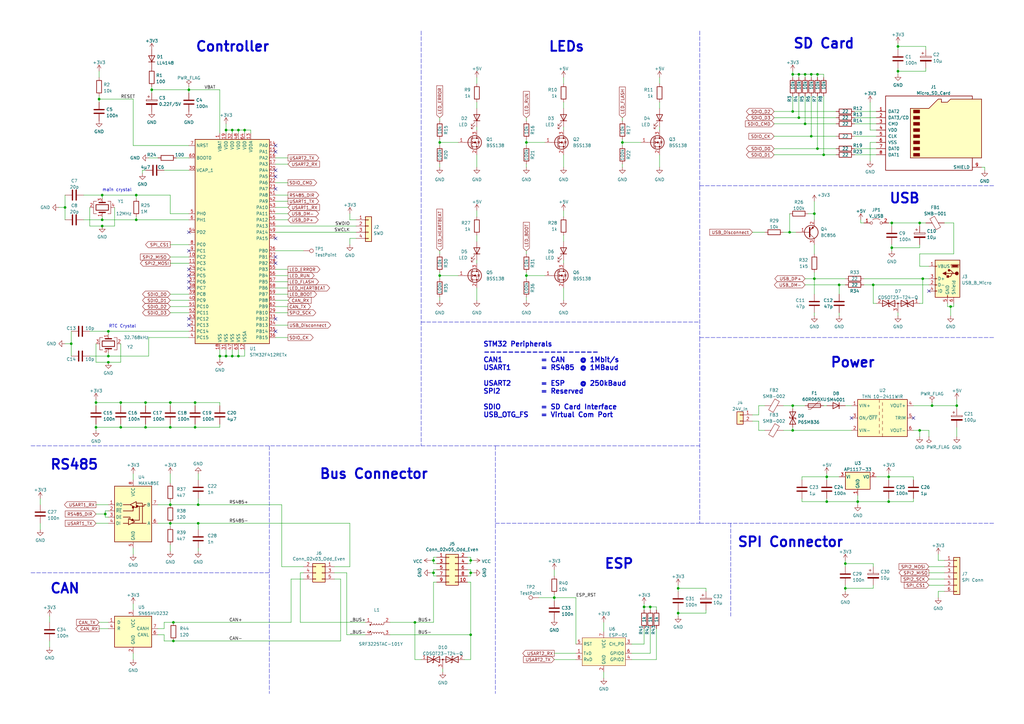
<source format=kicad_sch>
(kicad_sch (version 20211123) (generator eeschema)
  (paper "A3")
  (title_block (title "SynPLC - CPU V2") (date "2023-04-26") (rev "Rev_2") (company "https://github.com/Synthron/SynPLC"))
  (junction (at 29.21 140.97))
  (junction (at 193.04 234.95))
  (junction (at 332.74 30.48))
  (junction (at 49.53 175.26))
  (junction (at 215.9 113.03))
  (junction (at 44.45 146.05))
  (junction (at 55.88 90.17))
  (junction (at 59.69 165.1))
  (junction (at 41.91 80.01))
  (junction (at 97.79 53.34))
  (junction (at 368.3 19.05))
  (junction (at 40.64 40.64))
  (junction (at 41.91 92.71))
  (junction (at 69.85 207.01))
  (junction (at 330.2 30.48))
  (junction (at 62.23 36.83))
  (junction (at 90.17 146.05))
  (junction (at 278.13 241.3))
  (junction (at 382.27 166.37))
  (junction (at 80.01 165.1))
  (junction (at 278.13 251.46))
  (junction (at 180.34 113.03))
  (junction (at 378.46 114.3))
  (junction (at 337.82 63.5))
  (junction (at 392.43 166.37))
  (junction (at 325.12 30.48))
  (junction (at 39.37 165.1))
  (junction (at 26.67 85.09))
  (junction (at 100.33 53.34))
  (junction (at 365.76 101.6))
  (junction (at 264.16 248.92))
  (junction (at 92.71 53.34))
  (junction (at 59.69 175.26))
  (junction (at 49.53 165.1))
  (junction (at 334.01 114.3))
  (junction (at 81.28 207.01))
  (junction (at 92.71 146.05))
  (junction (at 177.8 229.87))
  (junction (at 335.28 30.48))
  (junction (at 81.28 214.63))
  (junction (at 325.12 176.53))
  (junction (at 368.3 29.21))
  (junction (at 193.04 260.35))
  (junction (at 327.66 30.48))
  (junction (at 327.66 48.26))
  (junction (at 177.8 234.95))
  (junction (at 330.2 50.8))
  (junction (at 344.17 116.84))
  (junction (at 346.71 241.3))
  (junction (at 334.01 87.63))
  (junction (at 325.12 166.37))
  (junction (at 339.09 195.58))
  (junction (at 266.7 248.92))
  (junction (at 346.71 231.14))
  (junction (at 170.18 255.27))
  (junction (at 364.49 195.58))
  (junction (at 358.14 116.84))
  (junction (at 41.91 90.17))
  (junction (at 97.79 146.05))
  (junction (at 193.04 229.87))
  (junction (at 351.79 205.74))
  (junction (at 180.34 58.42))
  (junction (at 332.74 55.88))
  (junction (at 215.9 58.42))
  (junction (at 335.28 60.96))
  (junction (at 71.12 255.27))
  (junction (at 365.76 91.44))
  (junction (at 323.85 95.25))
  (junction (at 69.85 214.63))
  (junction (at 44.45 148.59))
  (junction (at 77.47 36.83))
  (junction (at 377.19 176.53))
  (junction (at 255.27 58.42))
  (junction (at 69.85 175.26))
  (junction (at 227.33 245.11))
  (junction (at 339.09 205.74))
  (junction (at 69.85 165.1))
  (junction (at 377.19 91.44))
  (junction (at 55.88 80.01))
  (junction (at 389.89 125.73))
  (junction (at 44.45 135.89))
  (junction (at 43.18 210.82))
  (junction (at 95.25 146.05))
  (junction (at 80.01 175.26))
  (junction (at 95.25 53.34))
  (junction (at 71.12 262.89))
  (junction (at 39.37 175.26))
  (junction (at 364.49 205.74))
  (junction (at 325.12 45.72))
  (no_connect (at 113.03 130.81))
  (no_connect (at 77.47 118.11))
  (no_connect (at 77.47 110.49))
  (no_connect (at 77.47 95.25))
  (no_connect (at 113.03 59.69))
  (no_connect (at 113.03 135.89))
  (no_connect (at 349.25 171.45))
  (no_connect (at 113.03 107.95))
  (no_connect (at 77.47 130.81))
  (no_connect (at 77.47 102.87))
  (no_connect (at 374.65 171.45))
  (no_connect (at 113.03 105.41))
  (no_connect (at 113.03 69.85))
  (no_connect (at 77.47 115.57))
  (no_connect (at 113.03 97.79))
  (no_connect (at 113.03 72.39))
  (no_connect (at 113.03 62.23))
  (no_connect (at 381 119.38))
  (no_connect (at 77.47 133.35))
  (no_connect (at 77.47 113.03))
  (no_connect (at 113.03 77.47))
  (wire (pts (xy 49.53 148.59) (xy 44.45 148.59)))
  (wire (pts (xy 77.47 138.43) (xy 60.96 138.43)))
  (wire (pts (xy 69.85 165.1) (xy 69.85 166.37)))
  (wire (pts (xy 247.65 255.27) (xy 247.65 259.08)))
  (wire (pts (xy 40.64 40.64) (xy 40.64 41.91)))
  (wire (pts (xy 374.65 196.85) (xy 374.65 195.58)))
  (wire (pts (xy 119.38 255.27) (xy 119.38 237.49)))
  (wire (pts (xy 392.43 166.37) (xy 392.43 167.64)))
  (wire (pts (xy 323.85 95.25) (xy 321.31 95.25)))
  (polyline (pts (xy 203.2 214.63) (xy 287.02 214.63)))
  (wire (pts (xy 353.06 90.17) (xy 353.06 91.44)))
  (wire (pts (xy 313.69 95.25) (xy 308.61 95.25)))
  (wire (pts (xy 327.66 48.26) (xy 342.9 48.26)))
  (wire (pts (xy 20.32 252.73) (xy 20.32 255.27)))
  (wire (pts (xy 64.77 260.35) (xy 67.31 260.35)))
  (wire (pts (xy 350.52 55.88) (xy 359.41 55.88)))
  (wire (pts (xy 327.66 30.48) (xy 325.12 30.48)))
  (wire (pts (xy 377.19 124.46) (xy 378.46 124.46)))
  (wire (pts (xy 177.8 255.27) (xy 170.18 255.27)))
  (wire (pts (xy 90.17 36.83) (xy 77.47 36.83)))
  (wire (pts (xy 190.5 270.51) (xy 193.04 270.51)))
  (wire (pts (xy 177.8 236.22) (xy 179.07 236.22)))
  (wire (pts (xy 77.47 69.85) (xy 67.31 69.85)))
  (wire (pts (xy 193.04 236.22) (xy 191.77 236.22)))
  (wire (pts (xy 403.86 68.58) (xy 403.86 69.85)))
  (wire (pts (xy 392.43 175.26) (xy 392.43 179.07)))
  (wire (pts (xy 358.14 124.46) (xy 358.14 116.84)))
  (wire (pts (xy 339.09 194.31) (xy 339.09 195.58)))
  (polyline (pts (xy 12.7 182.88) (xy 172.72 182.88)))
  (wire (pts (xy 332.74 39.37) (xy 332.74 55.88)))
  (wire (pts (xy 40.64 257.81) (xy 44.45 257.81)))
  (wire (pts (xy 330.2 50.8) (xy 342.9 50.8)))
  (wire (pts (xy 179.07 228.6) (xy 177.8 228.6)))
  (polyline (pts (xy 203.2 182.88) (xy 203.2 284.48)))
  (wire (pts (xy 325.12 176.53) (xy 349.25 176.53)))
  (wire (pts (xy 123.19 255.27) (xy 149.86 255.27)))
  (wire (pts (xy 49.53 165.1) (xy 59.69 165.1)))
  (wire (pts (xy 139.7 237.49) (xy 137.16 237.49)))
  (wire (pts (xy 40.64 40.64) (xy 54.61 40.64)))
  (wire (pts (xy 36.83 85.09) (xy 36.83 92.71)))
  (wire (pts (xy 321.31 176.53) (xy 325.12 176.53)))
  (wire (pts (xy 350.52 50.8) (xy 359.41 50.8)))
  (wire (pts (xy 113.03 82.55) (xy 118.11 82.55)))
  (wire (pts (xy 176.53 229.87) (xy 177.8 229.87)))
  (wire (pts (xy 39.37 214.63) (xy 44.45 214.63)))
  (wire (pts (xy 92.71 143.51) (xy 92.71 146.05)))
  (polyline (pts (xy 287.02 138.43) (xy 287.02 214.63)))
  (wire (pts (xy 26.67 80.01) (xy 26.67 85.09)))
  (wire (pts (xy 377.19 101.6) (xy 365.76 101.6)))
  (wire (pts (xy 160.02 260.35) (xy 193.04 260.35)))
  (wire (pts (xy 44.45 135.89) (xy 36.83 135.89)))
  (wire (pts (xy 113.03 118.11) (xy 118.11 118.11)))
  (wire (pts (xy 358.14 232.41) (xy 358.14 231.14)))
  (wire (pts (xy 113.03 138.43) (xy 118.11 138.43)))
  (wire (pts (xy 77.47 36.83) (xy 62.23 36.83)))
  (wire (pts (xy 195.58 106.68) (xy 195.58 107.95)))
  (wire (pts (xy 100.33 53.34) (xy 102.87 53.34)))
  (wire (pts (xy 36.83 92.71) (xy 41.91 92.71)))
  (wire (pts (xy 69.85 194.31) (xy 69.85 198.12)))
  (wire (pts (xy 330.2 30.48) (xy 330.2 31.75)))
  (wire (pts (xy 97.79 146.05) (xy 95.25 146.05)))
  (wire (pts (xy 346.71 241.3) (xy 346.71 240.03)))
  (wire (pts (xy 180.34 104.14) (xy 180.34 102.87)))
  (wire (pts (xy 71.12 262.89) (xy 139.7 262.89)))
  (wire (pts (xy 115.57 207.01) (xy 115.57 232.41)))
  (wire (pts (xy 365.76 102.87) (xy 365.76 101.6)))
  (wire (pts (xy 262.89 58.42) (xy 255.27 58.42)))
  (wire (pts (xy 231.14 96.52) (xy 231.14 99.06)))
  (wire (pts (xy 259.08 270.51) (xy 269.24 270.51)))
  (wire (pts (xy 358.14 241.3) (xy 346.71 241.3)))
  (wire (pts (xy 181.61 274.32) (xy 181.61 275.59)))
  (wire (pts (xy 325.12 166.37) (xy 330.2 166.37)))
  (wire (pts (xy 270.51 31.75) (xy 270.51 34.29)))
  (wire (pts (xy 69.85 173.99) (xy 69.85 175.26)))
  (wire (pts (xy 381 179.07) (xy 381 176.53)))
  (wire (pts (xy 69.85 107.95) (xy 77.47 107.95)))
  (wire (pts (xy 123.19 234.95) (xy 123.19 255.27)))
  (wire (pts (xy 113.03 80.01) (xy 118.11 80.01)))
  (wire (pts (xy 359.41 124.46) (xy 358.14 124.46)))
  (wire (pts (xy 81.28 204.47) (xy 81.28 207.01)))
  (wire (pts (xy 191.77 233.68) (xy 193.04 233.68)))
  (wire (pts (xy 334.01 114.3) (xy 334.01 120.65)))
  (wire (pts (xy 100.33 53.34) (xy 100.33 54.61)))
  (wire (pts (xy 278.13 240.03) (xy 278.13 241.3)))
  (wire (pts (xy 227.33 233.68) (xy 227.33 236.22)))
  (wire (pts (xy 113.03 113.03) (xy 118.11 113.03)))
  (wire (pts (xy 59.69 165.1) (xy 59.69 166.37)))
  (wire (pts (xy 113.03 67.31) (xy 118.11 67.31)))
  (wire (pts (xy 124.46 234.95) (xy 123.19 234.95)))
  (wire (pts (xy 194.31 234.95) (xy 193.04 234.95)))
  (wire (pts (xy 43.18 212.09) (xy 44.45 212.09)))
  (wire (pts (xy 69.85 100.33) (xy 77.47 100.33)))
  (wire (pts (xy 332.74 30.48) (xy 332.74 31.75)))
  (wire (pts (xy 364.49 204.47) (xy 364.49 205.74)))
  (wire (pts (xy 255.27 67.31) (xy 255.27 68.58)))
  (wire (pts (xy 90.17 54.61) (xy 90.17 36.83)))
  (wire (pts (xy 55.88 88.9) (xy 55.88 90.17)))
  (polyline (pts (xy 299.72 214.63) (xy 299.72 252.73)))
  (wire (pts (xy 39.37 175.26) (xy 49.53 175.26)))
  (wire (pts (xy 264.16 247.65) (xy 264.16 248.92)))
  (wire (pts (xy 139.7 262.89) (xy 139.7 237.49)))
  (wire (pts (xy 223.52 113.03) (xy 215.9 113.03)))
  (wire (pts (xy 95.25 53.34) (xy 95.25 54.61)))
  (wire (pts (xy 231.14 63.5) (xy 231.14 68.58)))
  (wire (pts (xy 270.51 63.5) (xy 270.51 68.58)))
  (wire (pts (xy 39.37 173.99) (xy 39.37 175.26)))
  (wire (pts (xy 215.9 113.03) (xy 215.9 111.76)))
  (wire (pts (xy 247.65 275.59) (xy 247.65 278.13)))
  (wire (pts (xy 344.17 129.54) (xy 344.17 128.27)))
  (wire (pts (xy 365.76 101.6) (xy 365.76 100.33)))
  (wire (pts (xy 177.8 238.76) (xy 177.8 255.27)))
  (wire (pts (xy 59.69 173.99) (xy 59.69 175.26)))
  (wire (pts (xy 115.57 232.41) (xy 124.46 232.41)))
  (wire (pts (xy 227.33 267.97) (xy 236.22 267.97)))
  (wire (pts (xy 41.91 88.9) (xy 41.91 90.17)))
  (wire (pts (xy 177.8 228.6) (xy 177.8 229.87)))
  (wire (pts (xy 187.96 113.03) (xy 180.34 113.03)))
  (wire (pts (xy 382.27 165.1) (xy 382.27 166.37)))
  (wire (pts (xy 180.34 49.53) (xy 180.34 48.26)))
  (wire (pts (xy 384.81 242.57) (xy 384.81 245.11)))
  (wire (pts (xy 259.08 267.97) (xy 266.7 267.97)))
  (wire (pts (xy 325.12 29.21) (xy 325.12 30.48)))
  (polyline (pts (xy 172.72 132.08) (xy 287.02 132.08)))
  (wire (pts (xy 195.58 52.07) (xy 195.58 53.34)))
  (wire (pts (xy 270.51 41.91) (xy 270.51 44.45)))
  (wire (pts (xy 58.42 69.85) (xy 58.42 71.12)))
  (wire (pts (xy 180.34 121.92) (xy 180.34 123.19)))
  (wire (pts (xy 325.12 45.72) (xy 342.9 45.72)))
  (wire (pts (xy 255.27 58.42) (xy 255.27 59.69)))
  (wire (pts (xy 81.28 207.01) (xy 69.85 207.01)))
  (wire (pts (xy 269.24 248.92) (xy 266.7 248.92)))
  (wire (pts (xy 179.07 238.76) (xy 177.8 238.76)))
  (wire (pts (xy 59.69 175.26) (xy 69.85 175.26)))
  (wire (pts (xy 344.17 116.84) (xy 330.2 116.84)))
  (wire (pts (xy 195.58 63.5) (xy 195.58 68.58)))
  (wire (pts (xy 64.77 207.01) (xy 69.85 207.01)))
  (wire (pts (xy 55.88 80.01) (xy 55.88 81.28)))
  (wire (pts (xy 54.61 224.79) (xy 54.61 227.33)))
  (wire (pts (xy 350.52 45.72) (xy 359.41 45.72)))
  (wire (pts (xy 195.58 31.75) (xy 195.58 34.29)))
  (wire (pts (xy 113.03 64.77) (xy 118.11 64.77)))
  (wire (pts (xy 269.24 270.51) (xy 269.24 257.81)))
  (wire (pts (xy 377.19 176.53) (xy 377.19 179.07)))
  (wire (pts (xy 34.29 90.17) (xy 41.91 90.17)))
  (wire (pts (xy 77.47 36.83) (xy 77.47 38.1)))
  (wire (pts (xy 377.19 92.71) (xy 377.19 91.44)))
  (wire (pts (xy 374.65 166.37) (xy 382.27 166.37)))
  (wire (pts (xy 180.34 58.42) (xy 180.34 57.15)))
  (wire (pts (xy 195.58 118.11) (xy 195.58 123.19)))
  (wire (pts (xy 41.91 80.01) (xy 41.91 81.28)))
  (wire (pts (xy 69.85 120.65) (xy 77.47 120.65)))
  (wire (pts (xy 67.31 255.27) (xy 71.12 255.27)))
  (wire (pts (xy 381 176.53) (xy 377.19 176.53)))
  (wire (pts (xy 368.3 17.78) (xy 368.3 19.05)))
  (wire (pts (xy 317.5 48.26) (xy 327.66 48.26)))
  (wire (pts (xy 60.96 64.77) (xy 64.77 64.77)))
  (wire (pts (xy 364.49 195.58) (xy 364.49 196.85)))
  (wire (pts (xy 325.12 39.37) (xy 325.12 45.72)))
  (wire (pts (xy 170.18 270.51) (xy 170.18 255.27)))
  (wire (pts (xy 328.93 204.47) (xy 328.93 205.74)))
  (wire (pts (xy 180.34 58.42) (xy 180.34 59.69)))
  (wire (pts (xy 44.45 144.78) (xy 44.45 146.05)))
  (wire (pts (xy 378.46 114.3) (xy 354.33 114.3)))
  (wire (pts (xy 384.81 229.87) (xy 384.81 227.33)))
  (wire (pts (xy 143.51 214.63) (xy 143.51 232.41)))
  (wire (pts (xy 39.37 165.1) (xy 39.37 166.37)))
  (wire (pts (xy 334.01 82.55) (xy 334.01 87.63)))
  (wire (pts (xy 72.39 64.77) (xy 77.47 64.77)))
  (wire (pts (xy 381 114.3) (xy 378.46 114.3)))
  (polyline (pts (xy 287.02 76.2) (xy 407.67 76.2)))
  (wire (pts (xy 54.61 267.97) (xy 54.61 270.51)))
  (wire (pts (xy 269.24 248.92) (xy 269.24 250.19)))
  (wire (pts (xy 39.37 140.97) (xy 39.37 148.59)))
  (wire (pts (xy 321.31 166.37) (xy 325.12 166.37)))
  (wire (pts (xy 180.34 67.31) (xy 180.34 68.58)))
  (wire (pts (xy 236.22 264.16) (xy 236.22 245.11)))
  (wire (pts (xy 339.09 205.74) (xy 351.79 205.74)))
  (polyline (pts (xy 12.7 234.95) (xy 110.49 234.95)))
  (wire (pts (xy 177.8 233.68) (xy 177.8 234.95)))
  (wire (pts (xy 177.8 229.87) (xy 177.8 231.14)))
  (wire (pts (xy 334.01 111.76) (xy 334.01 114.3)))
  (wire (pts (xy 317.5 55.88) (xy 332.74 55.88)))
  (wire (pts (xy 60.96 138.43) (xy 60.96 146.05)))
  (wire (pts (xy 41.91 90.17) (xy 55.88 90.17)))
  (wire (pts (xy 387.35 91.44) (xy 391.16 91.44)))
  (wire (pts (xy 391.16 125.73) (xy 391.16 124.46)))
  (wire (pts (xy 113.03 120.65) (xy 118.11 120.65)))
  (wire (pts (xy 377.19 91.44) (xy 365.76 91.44)))
  (wire (pts (xy 344.17 195.58) (xy 339.09 195.58)))
  (wire (pts (xy 231.14 52.07) (xy 231.14 53.34)))
  (wire (pts (xy 334.01 100.33) (xy 334.01 104.14)))
  (wire (pts (xy 317.5 60.96) (xy 335.28 60.96)))
  (wire (pts (xy 113.03 110.49) (xy 118.11 110.49)))
  (wire (pts (xy 81.28 214.63) (xy 69.85 214.63)))
  (wire (pts (xy 311.15 166.37) (xy 313.69 166.37)))
  (polyline (pts (xy 203.2 182.88) (xy 287.02 182.88)))
  (wire (pts (xy 113.03 133.35) (xy 118.11 133.35)))
  (wire (pts (xy 69.85 80.01) (xy 55.88 80.01)))
  (wire (pts (xy 95.25 146.05) (xy 92.71 146.05)))
  (wire (pts (xy 187.96 58.42) (xy 180.34 58.42)))
  (wire (pts (xy 54.61 40.64) (xy 54.61 59.69)))
  (wire (pts (xy 39.37 165.1) (xy 49.53 165.1)))
  (wire (pts (xy 220.98 245.11) (xy 227.33 245.11)))
  (wire (pts (xy 266.7 248.92) (xy 264.16 248.92)))
  (wire (pts (xy 346.71 166.37) (xy 349.25 166.37)))
  (wire (pts (xy 44.45 209.55) (xy 43.18 209.55)))
  (wire (pts (xy 330.2 30.48) (xy 327.66 30.48)))
  (wire (pts (xy 92.71 50.8) (xy 92.71 53.34)))
  (wire (pts (xy 16.51 214.63) (xy 16.51 217.17)))
  (wire (pts (xy 193.04 228.6) (xy 193.04 229.87)))
  (wire (pts (xy 381 237.49) (xy 387.35 237.49)))
  (wire (pts (xy 353.06 91.44) (xy 354.33 91.44)))
  (wire (pts (xy 39.37 207.01) (xy 44.45 207.01)))
  (wire (pts (xy 54.61 247.65) (xy 54.61 250.19)))
  (wire (pts (xy 350.52 63.5) (xy 359.41 63.5)))
  (wire (pts (xy 346.71 114.3) (xy 334.01 114.3)))
  (wire (pts (xy 346.71 229.87) (xy 346.71 231.14)))
  (wire (pts (xy 335.28 30.48) (xy 332.74 30.48)))
  (wire (pts (xy 49.53 140.97) (xy 49.53 148.59)))
  (wire (pts (xy 365.76 91.44) (xy 365.76 92.71)))
  (wire (pts (xy 69.85 214.63) (xy 69.85 215.9)))
  (wire (pts (xy 80.01 173.99) (xy 80.01 175.26)))
  (wire (pts (xy 339.09 195.58) (xy 328.93 195.58)))
  (wire (pts (xy 143.51 87.63) (xy 143.51 90.17)))
  (wire (pts (xy 388.62 125.73) (xy 389.89 125.73)))
  (wire (pts (xy 231.14 106.68) (xy 231.14 107.95)))
  (wire (pts (xy 90.17 165.1) (xy 90.17 166.37)))
  (wire (pts (xy 143.51 232.41) (xy 137.16 232.41)))
  (polyline (pts (xy 172.72 182.88) (xy 203.2 182.88)))
  (wire (pts (xy 59.69 69.85) (xy 58.42 69.85)))
  (wire (pts (xy 358.14 231.14) (xy 346.71 231.14)))
  (wire (pts (xy 160.02 255.27) (xy 170.18 255.27)))
  (wire (pts (xy 379.73 20.32) (xy 379.73 19.05)))
  (wire (pts (xy 332.74 55.88) (xy 342.9 55.88)))
  (wire (pts (xy 359.41 53.34) (xy 356.87 53.34)))
  (wire (pts (xy 67.31 257.81) (xy 67.31 255.27)))
  (polyline (pts (xy 287.02 12.7) (xy 287.02 76.2)))
  (wire (pts (xy 328.93 205.74) (xy 339.09 205.74)))
  (wire (pts (xy 325.12 30.48) (xy 325.12 31.75)))
  (wire (pts (xy 64.77 214.63) (xy 69.85 214.63)))
  (wire (pts (xy 69.85 125.73) (xy 77.47 125.73)))
  (wire (pts (xy 69.85 87.63) (xy 69.85 80.01)))
  (wire (pts (xy 60.96 146.05) (xy 44.45 146.05)))
  (wire (pts (xy 29.21 135.89) (xy 29.21 140.97)))
  (wire (pts (xy 389.89 125.73) (xy 391.16 125.73)))
  (wire (pts (xy 325.12 166.37) (xy 325.12 167.64)))
  (wire (pts (xy 24.13 85.09) (xy 26.67 85.09)))
  (wire (pts (xy 351.79 205.74) (xy 351.79 207.01)))
  (wire (pts (xy 227.33 245.11) (xy 227.33 246.38)))
  (wire (pts (xy 113.03 115.57) (xy 118.11 115.57)))
  (wire (pts (xy 55.88 80.01) (xy 41.91 80.01)))
  (wire (pts (xy 264.16 248.92) (xy 264.16 250.19)))
  (wire (pts (xy 80.01 165.1) (xy 80.01 166.37)))
  (wire (pts (xy 368.3 128.27) (xy 368.3 129.54)))
  (wire (pts (xy 377.19 109.22) (xy 381 109.22)))
  (wire (pts (xy 113.03 90.17) (xy 118.11 90.17)))
  (wire (pts (xy 328.93 195.58) (xy 328.93 196.85)))
  (wire (pts (xy 382.27 166.37) (xy 392.43 166.37)))
  (wire (pts (xy 378.46 124.46) (xy 378.46 114.3)))
  (wire (pts (xy 39.37 210.82) (xy 43.18 210.82)))
  (wire (pts (xy 278.13 241.3) (xy 278.13 242.57)))
  (polyline (pts (xy 110.49 182.88) (xy 110.49 284.48)))
  (wire (pts (xy 391.16 104.14) (xy 391.16 91.44)))
  (polyline (pts (xy 287.02 76.2) (xy 287.02 138.43)))
  (wire (pts (xy 26.67 85.09) (xy 26.67 90.17)))
  (wire (pts (xy 374.65 205.74) (xy 374.65 204.47)))
  (wire (pts (xy 289.56 241.3) (xy 278.13 241.3)))
  (wire (pts (xy 387.35 229.87) (xy 384.81 229.87)))
  (wire (pts (xy 377.19 100.33) (xy 377.19 101.6)))
  (wire (pts (xy 381 116.84) (xy 358.14 116.84)))
  (wire (pts (xy 231.14 41.91) (xy 231.14 44.45)))
  (polyline (pts (xy 287.02 138.43) (xy 407.67 138.43)))
  (wire (pts (xy 392.43 163.83) (xy 392.43 166.37)))
  (wire (pts (xy 255.27 58.42) (xy 255.27 57.15)))
  (wire (pts (xy 387.35 242.57) (xy 384.81 242.57)))
  (wire (pts (xy 92.71 146.05) (xy 90.17 146.05)))
  (wire (pts (xy 377.19 91.44) (xy 379.73 91.44)))
  (wire (pts (xy 39.37 148.59) (xy 44.45 148.59)))
  (wire (pts (xy 194.31 229.87) (xy 193.04 229.87)))
  (wire (pts (xy 308.61 170.18) (xy 311.15 170.18)))
  (wire (pts (xy 402.59 68.58) (xy 403.86 68.58)))
  (wire (pts (xy 346.71 231.14) (xy 346.71 232.41)))
  (wire (pts (xy 379.73 19.05) (xy 368.3 19.05)))
  (wire (pts (xy 337.82 63.5) (xy 342.9 63.5)))
  (wire (pts (xy 62.23 36.83) (xy 62.23 38.1)))
  (wire (pts (xy 379.73 27.94) (xy 379.73 29.21)))
  (wire (pts (xy 330.2 39.37) (xy 330.2 50.8)))
  (wire (pts (xy 179.07 233.68) (xy 177.8 233.68)))
  (wire (pts (xy 227.33 270.51) (xy 236.22 270.51)))
  (wire (pts (xy 193.04 229.87) (xy 193.04 231.14)))
  (wire (pts (xy 270.51 52.07) (xy 270.51 53.34)))
  (wire (pts (xy 266.7 248.92) (xy 266.7 250.19)))
  (wire (pts (xy 119.38 237.49) (xy 124.46 237.49)))
  (wire (pts (xy 339.09 204.47) (xy 339.09 205.74)))
  (wire (pts (xy 334.01 114.3) (xy 330.2 114.3)))
  (wire (pts (xy 327.66 30.48) (xy 327.66 31.75)))
  (wire (pts (xy 81.28 194.31) (xy 81.28 196.85)))
  (wire (pts (xy 143.51 100.33) (xy 143.51 97.79)))
  (wire (pts (xy 334.01 129.54) (xy 334.01 128.27)))
  (wire (pts (xy 231.14 86.36) (xy 231.14 88.9)))
  (wire (pts (xy 69.85 223.52) (xy 69.85 226.06)))
  (wire (pts (xy 92.71 53.34) (xy 95.25 53.34)))
  (wire (pts (xy 334.01 87.63) (xy 334.01 90.17)))
  (wire (pts (xy 142.24 260.35) (xy 149.86 260.35)))
  (wire (pts (xy 325.12 175.26) (xy 325.12 176.53)))
  (wire (pts (xy 358.14 116.84) (xy 354.33 116.84)))
  (wire (pts (xy 81.28 224.79) (xy 81.28 226.06)))
  (wire (pts (xy 143.51 90.17) (xy 146.05 90.17)))
  (wire (pts (xy 364.49 91.44) (xy 365.76 91.44)))
  (wire (pts (xy 97.79 143.51) (xy 97.79 146.05)))
  (wire (pts (xy 193.04 233.68) (xy 193.04 234.95)))
  (wire (pts (xy 62.23 35.56) (xy 62.23 36.83)))
  (wire (pts (xy 323.85 87.63) (xy 323.85 95.25)))
  (wire (pts (xy 40.64 39.37) (xy 40.64 40.64)))
  (wire (pts (xy 379.73 29.21) (xy 368.3 29.21)))
  (wire (pts (xy 335.28 60.96) (xy 342.9 60.96)))
  (wire (pts (xy 231.14 31.75) (xy 231.14 34.29)))
  (wire (pts (xy 255.27 49.53) (xy 255.27 48.26)))
  (wire (pts (xy 113.03 128.27) (xy 118.11 128.27)))
  (wire (pts (xy 215.9 67.31) (xy 215.9 68.58)))
  (wire (pts (xy 143.51 97.79) (xy 146.05 97.79)))
  (wire (pts (xy 215.9 121.92) (xy 215.9 123.19)))
  (wire (pts (xy 46.99 92.71) (xy 41.91 92.71)))
  (wire (pts (xy 215.9 113.03) (xy 215.9 114.3)))
  (wire (pts (xy 289.56 250.19) (xy 289.56 251.46)))
  (wire (pts (xy 215.9 58.42) (xy 215.9 59.69)))
  (wire (pts (xy 69.85 205.74) (xy 69.85 207.01)))
  (wire (pts (xy 36.83 146.05) (xy 44.45 146.05)))
  (wire (pts (xy 113.03 74.93) (xy 118.11 74.93)))
  (wire (pts (xy 311.15 170.18) (xy 311.15 166.37)))
  (wire (pts (xy 337.82 39.37) (xy 337.82 63.5)))
  (wire (pts (xy 81.28 214.63) (xy 81.28 217.17)))
  (wire (pts (xy 49.53 175.26) (xy 59.69 175.26)))
  (wire (pts (xy 16.51 204.47) (xy 16.51 207.01)))
  (wire (pts (xy 368.3 30.48) (xy 368.3 29.21)))
  (wire (pts (xy 177.8 234.95) (xy 177.8 236.22)))
  (polyline (pts (xy 287.02 214.63) (xy 407.67 214.63)))
  (wire (pts (xy 172.72 270.51) (xy 170.18 270.51)))
  (wire (pts (xy 335.28 39.37) (xy 335.28 60.96)))
  (wire (pts (xy 40.64 255.27) (xy 44.45 255.27)))
  (wire (pts (xy 335.28 30.48) (xy 335.28 31.75)))
  (wire (pts (xy 346.71 242.57) (xy 346.71 241.3)))
  (wire (pts (xy 266.7 267.97) (xy 266.7 257.81)))
  (wire (pts (xy 278.13 252.73) (xy 278.13 251.46)))
  (wire (pts (xy 113.03 125.73) (xy 118.11 125.73)))
  (wire (pts (xy 102.87 53.34) (xy 102.87 54.61)))
  (wire (pts (xy 344.17 116.84) (xy 344.17 120.65)))
  (wire (pts (xy 377.19 109.22) (xy 377.19 104.14)))
  (wire (pts (xy 137.16 234.95) (xy 142.24 234.95)))
  (wire (pts (xy 67.31 262.89) (xy 71.12 262.89)))
  (wire (pts (xy 326.39 95.25) (xy 323.85 95.25)))
  (wire (pts (xy 346.71 116.84) (xy 344.17 116.84)))
  (wire (pts (xy 81.28 207.01) (xy 115.57 207.01)))
  (wire (pts (xy 317.5 63.5) (xy 337.82 63.5)))
  (wire (pts (xy 356.87 53.34) (xy 356.87 41.91)))
  (wire (pts (xy 69.85 165.1) (xy 80.01 165.1)))
  (wire (pts (xy 113.03 102.87) (xy 124.46 102.87)))
  (wire (pts (xy 364.49 195.58) (xy 364.49 194.31)))
  (wire (pts (xy 55.88 90.17) (xy 77.47 90.17)))
  (wire (pts (xy 59.69 165.1) (xy 69.85 165.1)))
  (wire (pts (xy 231.14 118.11) (xy 231.14 123.19)))
  (wire (pts (xy 77.47 135.89) (xy 44.45 135.89)))
  (wire (pts (xy 54.61 194.31) (xy 54.61 196.85)))
  (wire (pts (xy 359.41 195.58) (xy 364.49 195.58)))
  (wire (pts (xy 29.21 140.97) (xy 29.21 146.05)))
  (wire (pts (xy 215.9 104.14) (xy 215.9 102.87)))
  (wire (pts (xy 337.82 30.48) (xy 335.28 30.48)))
  (wire (pts (xy 113.03 92.71) (xy 146.05 92.71)))
  (wire (pts (xy 334.01 87.63) (xy 331.47 87.63)))
  (wire (pts (xy 223.52 58.42) (xy 215.9 58.42)))
  (wire (pts (xy 388.62 124.46) (xy 388.62 125.73)))
  (wire (pts (xy 80.01 165.1) (xy 90.17 165.1)))
  (wire (pts (xy 26.67 140.97) (xy 29.21 140.97)))
  (wire (pts (xy 49.53 173.99) (xy 49.53 175.26)))
  (wire (pts (xy 364.49 205.74) (xy 374.65 205.74)))
  (wire (pts (xy 180.34 113.03) (xy 180.34 114.3)))
  (wire (pts (xy 40.64 29.21) (xy 40.64 31.75)))
  (wire (pts (xy 81.28 214.63) (xy 143.51 214.63)))
  (wire (pts (xy 67.31 260.35) (xy 67.31 262.89)))
  (wire (pts (xy 311.15 172.72) (xy 311.15 176.53)))
  (wire (pts (xy 39.37 175.26) (xy 39.37 176.53)))
  (wire (pts (xy 43.18 210.82) (xy 43.18 212.09)))
  (wire (pts (xy 41.91 80.01) (xy 34.29 80.01)))
  (wire (pts (xy 358.14 240.03) (xy 358.14 241.3)))
  (wire (pts (xy 195.58 96.52) (xy 195.58 99.06)))
  (wire (pts (xy 95.25 53.34) (xy 97.79 53.34)))
  (wire (pts (xy 100.33 146.05) (xy 97.79 146.05)))
  (wire (pts (xy 90.17 143.51) (xy 90.17 146.05)))
  (wire (pts (xy 46.99 85.09) (xy 46.99 92.71)))
  (wire (pts (xy 215.9 58.42) (xy 215.9 57.15)))
  (wire (pts (xy 317.5 45.72) (xy 325.12 45.72)))
  (wire (pts (xy 236.22 245.11) (xy 227.33 245.11)))
  (wire (pts (xy 113.03 123.19) (xy 118.11 123.19)))
  (wire (pts (xy 193.04 238.76) (xy 193.04 260.35)))
  (wire (pts (xy 377.19 104.14) (xy 391.16 104.14)))
  (wire (pts (xy 113.03 87.63) (xy 118.11 87.63)))
  (wire (pts (xy 142.24 234.95) (xy 142.24 260.35)))
  (wire (pts (xy 90.17 146.05) (xy 90.17 147.32)))
  (wire (pts (xy 177.8 231.14) (xy 179.07 231.14)))
  (wire (pts (xy 77.47 87.63) (xy 69.85 87.63)))
  (wire (pts (xy 69.85 105.41) (xy 77.47 105.41)))
  (wire (pts (xy 327.66 39.37) (xy 327.66 48.26)))
  (wire (pts (xy 95.25 143.51) (xy 95.25 146.05)))
  (wire (pts (xy 191.77 238.76) (xy 193.04 238.76)))
  (wire (pts (xy 350.52 48.26) (xy 359.41 48.26)))
  (wire (pts (xy 39.37 163.83) (xy 39.37 165.1)))
  (wire (pts (xy 381 232.41) (xy 387.35 232.41)))
  (wire (pts (xy 77.47 35.56) (xy 77.47 36.83)))
  (wire (pts (xy 332.74 30.48) (xy 330.2 30.48)))
  (wire (pts (xy 374.65 195.58) (xy 364.49 195.58)))
  (wire (pts (xy 49.53 166.37) (xy 49.53 165.1)))
  (wire (pts (xy 193.04 231.14) (xy 191.77 231.14)))
  (wire (pts (xy 259.08 264.16) (xy 264.16 264.16)))
  (wire (pts (xy 350.52 60.96) (xy 359.41 60.96)))
  (wire (pts (xy 278.13 251.46) (xy 278.13 250.19)))
  (wire (pts (xy 80.01 175.26) (xy 90.17 175.26)))
  (wire (pts (xy 351.79 205.74) (xy 364.49 205.74)))
  (wire (pts (xy 389.89 125.73) (xy 389.89 129.54)))
  (wire (pts (xy 54.61 59.69) (xy 77.47 59.69)))
  (wire (pts (xy 20.32 262.89) (xy 20.32 265.43)))
  (wire (pts (xy 359.41 58.42) (xy 356.87 58.42)))
  (wire (pts (xy 100.33 143.51) (xy 100.33 146.05)))
  (wire (pts (xy 337.82 31.75) (xy 337.82 30.48)))
  (wire (pts (xy 176.53 234.95) (xy 177.8 234.95)))
  (wire (pts (xy 381 240.03) (xy 387.35 240.03)))
  (wire (pts (xy 351.79 203.2) (xy 351.79 205.74)))
  (wire (pts (xy 90.17 175.26) (xy 90.17 173.99)))
  (polyline (pts (xy 172.72 12.7) (xy 172.72 182.88)))
  (wire (pts (xy 356.87 58.42) (xy 356.87 66.04)))
  (wire (pts (xy 195.58 86.36) (xy 195.58 88.9)))
  (wire (pts (xy 264.16 264.16) (xy 264.16 257.81)))
  (wire (pts (xy 69.85 123.19) (xy 77.47 123.19)))
  (wire (pts (xy 308.61 172.72) (xy 311.15 172.72)))
  (wire (pts (xy 64.77 257.81) (xy 67.31 257.81)))
  (wire (pts (xy 69.85 128.27) (xy 77.47 128.27)))
  (wire (pts (xy 191.77 228.6) (xy 193.04 228.6)))
  (wire (pts (xy 289.56 242.57) (xy 289.56 241.3)))
  (wire (pts (xy 97.79 53.34) (xy 97.79 54.61)))
  (wire (pts (xy 195.58 41.91) (xy 195.58 44.45)))
  (wire (pts (xy 97.79 53.34) (xy 100.33 53.34)))
  (wire (pts (xy 339.09 195.58) (xy 339.09 196.85)))
  (wire (pts (xy 71.12 255.27) (xy 119.38 255.27)))
  (wire (pts (xy 227.33 243.84) (xy 227.33 245.11)))
  (wire (pts (xy 317.5 50.8) (xy 330.2 50.8)))
  (wire (pts (xy 381 234.95) (xy 387.35 234.95)))
  (wire (pts (xy 289.56 251.46) (xy 278.13 251.46)))
  (wire (pts (xy 69.85 175.26) (xy 80.01 175.26)))
  (wire (pts (xy 193.04 260.35) (xy 193.04 270.51)))
  (wire (pts (xy 92.71 53.34) (xy 92.71 54.61)))
  (wire (pts (xy 368.3 19.05) (xy 368.3 20.32)))
  (wire (pts (xy 44.45 135.89) (xy 44.45 137.16)))
  (wire (pts (xy 43.18 209.55) (xy 43.18 210.82)))
  (wire (pts (xy 113.03 85.09) (xy 118.11 85.09)))
  (wire (pts (xy 215.9 49.53) (xy 215.9 48.26)))
  (wire (pts (xy 337.82 166.37) (xy 339.09 166.37)))
  (wire (pts (xy 113.03 95.25) (xy 146.05 95.25)))
  (wire (pts (xy 311.15 176.53) (xy 313.69 176.53)))
  (wire (pts (xy 374.65 176.53) (xy 377.19 176.53)))
  (wire (pts (xy 368.3 29.21) (xy 368.3 27.94)))
  (wire (pts (xy 193.04 234.95) (xy 193.04 236.22)))
  (wire (pts (xy 180.34 113.03) (xy 180.34 111.76)))
  (text "CAN" (at 20.32 243.84 0) (effects (font (size 4 4) (thickness 0.8) bold) (justify left bottom)))
  (text "USB" (at 364.49 83.82 0) (effects (font (size 4 4) (thickness 0.8) bold) (justify left bottom)))
  (text "LEDs" (at 224.79 21.59 0) (effects (font (size 4 4) (thickness 0.8) bold) (justify left bottom)))
  (text "SD Card" (at 325.12 20.32 0) (effects (font (size 4 4) (thickness 0.8) bold) (justify left bottom)))
  (text "main crystal" (at 41.91 78.74 0) (effects (font (size 1.27 1.27)) (justify left bottom)))
  (text "Power" (at 340.36 151.13 0) (effects (font (size 4 4) (thickness 0.8) bold) (justify left bottom)))
  (text "ESP" (at 247.65 233.68 0) (effects (font (size 4 4) (thickness 0.8) bold) (justify left bottom)))
  (text "STM32 Peripherals\n-------------------\nCAN1		= CAN	@ 1Mbit/s\nUSART1		= RS485	@ 1MBaud\n\nUSART2		= ESP	@ 250kBaud\nSPI2		= Reserved\n\nSDIO		= SD Card Interface\nUSB_OTG_FS	= Virtual Com Port" (at 198.12 171.45 0) (effects (font (size 2 2) (thickness 0.4) bold) (justify left bottom)))
  (text "Controller" (at 80.01 21.59 0) (effects (font (size 4 4) (thickness 0.8) bold) (justify left bottom)))
  (text "SPI Connector" (at 302.26 224.79 0) (effects (font (size 4 4) (thickness 0.8) bold) (justify left bottom)))
  (text "Bus Connector" (at 130.81 196.85 0) (effects (font (size 4 4) (thickness 0.8) bold) (justify left bottom)))
  (text "RTC Crystal" (at 55.88 134.62 180) (effects (font (size 1.27 1.27)) (justify right bottom)))
  (text "RS485" (at 20.32 193.04 0) (effects (font (size 4 4) (thickness 0.8) bold) (justify left bottom)))
  (label "BUS+" (at 171.45 255.27 0))
  (label "CAN-" (at 93.98 262.89 0))
  (label "SWCLK" (at 143.51 95.25 180))
  (label "ESP_RST" (at 236.22 245.11 0))
  (label "_BUS+" (at 143.51 255.27 0))
  (label "RS485-" (at 93.98 214.63 0))
  (label "RS485+" (at 93.98 207.01 0))
  (label "VBAT" (at 83.82 36.83 0))
  (label "SWDIO" (at 143.51 92.71 180))
  (label "RESET" (at 49.53 40.64 0))
  (label "BUS-" (at 171.45 260.35 0))
  (label "_BUS-" (at 143.51 260.35 0))
  (label "CAN+" (at 93.98 255.27 0))
  (global_label "USB_DM-" (shape bidirectional) (at 330.2 116.84 180) (property "Intersheet References" "${INTERSHEET_REFS}" (effects hide)))
  (global_label "SDIO_CMD" (shape input) (at 317.5 50.8 180) (property "Intersheet References" "${INTERSHEET_REFS}" (effects hide)))
  (global_label "USART1_RX" (shape output) (at 39.37 207.01 180) (property "Intersheet References" "${INTERSHEET_REFS}" (effects hide)))
  (global_label "SDIO_CK" (shape output) (at 118.11 138.43 0) (property "Intersheet References" "${INTERSHEET_REFS}" (effects hide)))
  (global_label "LED_FLASH" (shape output) (at 118.11 115.57 0) (property "Intersheet References" "${INTERSHEET_REFS}" (effects hide)))
  (global_label "SPI2_SCK" (shape output) (at 118.11 128.27 0) (property "Intersheet References" "${INTERSHEET_REFS}" (effects hide)))
  (global_label "USB_Disconnect" (shape input) (at 308.61 95.25 180) (property "Intersheet References" "${INTERSHEET_REFS}" (effects hide)))
  (global_label "USB_DP+" (shape bidirectional) (at 330.2 114.3 180) (property "Intersheet References" "${INTERSHEET_REFS}" (effects hide)))
  (global_label "RS485_DIR" (shape input) (at 39.37 210.82 180) (property "Intersheet References" "${INTERSHEET_REFS}" (effects hide)))
  (global_label "LED_FLASH" (shape input) (at 255.27 48.26 90) (property "Intersheet References" "${INTERSHEET_REFS}" (effects hide)))
  (global_label "SDIO_D1" (shape bidirectional) (at 69.85 123.19 180) (property "Intersheet References" "${INTERSHEET_REFS}" (effects hide)))
  (global_label "LED_RUN" (shape input) (at 215.9 48.26 90) (property "Intersheet References" "${INTERSHEET_REFS}" (effects hide)))
  (global_label "USART1_RX" (shape input) (at 118.11 85.09 0) (property "Intersheet References" "${INTERSHEET_REFS}" (effects hide)))
  (global_label "SDIO_D0" (shape bidirectional) (at 69.85 120.65 180) (property "Intersheet References" "${INTERSHEET_REFS}" (effects hide)))
  (global_label "USART1_TX" (shape input) (at 39.37 214.63 180) (property "Intersheet References" "${INTERSHEET_REFS}" (effects hide)))
  (global_label "USART2_TX" (shape input) (at 227.33 270.51 180) (property "Intersheet References" "${INTERSHEET_REFS}" (effects hide)))
  (global_label "USB_Disconnect" (shape output) (at 118.11 133.35 0) (property "Intersheet References" "${INTERSHEET_REFS}" (effects hide)))
  (global_label "RS485_DIR" (shape output) (at 118.11 80.01 0) (property "Intersheet References" "${INTERSHEET_REFS}" (effects hide)))
  (global_label "SPI2_MOSI" (shape output) (at 69.85 107.95 180) (property "Intersheet References" "${INTERSHEET_REFS}" (effects hide)))
  (global_label "USART2_RX" (shape input) (at 118.11 67.31 0) (property "Intersheet References" "${INTERSHEET_REFS}" (effects hide)))
  (global_label "SDIO_CK" (shape input) (at 317.5 55.88 180) (property "Intersheet References" "${INTERSHEET_REFS}" (effects hide)))
  (global_label "SPI_CS1" (shape output) (at 69.85 100.33 180) (property "Intersheet References" "${INTERSHEET_REFS}" (effects hide)))
  (global_label "CAN_TX" (shape input) (at 40.64 255.27 180) (property "Intersheet References" "${INTERSHEET_REFS}" (effects hide)))
  (global_label "SPI_CS1" (shape input) (at 381 240.03 180) (property "Intersheet References" "${INTERSHEET_REFS}" (effects hide)))
  (global_label "LED_HEARTBEAT" (shape output) (at 118.11 118.11 0) (property "Intersheet References" "${INTERSHEET_REFS}" (effects hide)))
  (global_label "SPI2_SCK" (shape input) (at 381 237.49 180) (property "Intersheet References" "${INTERSHEET_REFS}" (effects hide)))
  (global_label "SDIO_D0" (shape bidirectional) (at 317.5 60.96 180) (property "Intersheet References" "${INTERSHEET_REFS}" (effects hide)))
  (global_label "LED_ERROR" (shape output) (at 118.11 110.49 0) (property "Intersheet References" "${INTERSHEET_REFS}" (effects hide)))
  (global_label "SDIO_D3" (shape bidirectional) (at 317.5 48.26 180) (property "Intersheet References" "${INTERSHEET_REFS}" (effects hide)))
  (global_label "CAN_TX" (shape output) (at 118.11 125.73 0) (property "Intersheet References" "${INTERSHEET_REFS}" (effects hide)))
  (global_label "LED_BOOT" (shape input) (at 215.9 102.87 90) (property "Intersheet References" "${INTERSHEET_REFS}" (effects hide)))
  (global_label "USART1_TX" (shape output) (at 118.11 82.55 0) (property "Intersheet References" "${INTERSHEET_REFS}" (effects hide)))
  (global_label "USART2_RX" (shape output) (at 227.33 267.97 180) (property "Intersheet References" "${INTERSHEET_REFS}" (effects hide)))
  (global_label "SDIO_D3" (shape bidirectional) (at 69.85 128.27 180) (property "Intersheet References" "${INTERSHEET_REFS}" (effects hide)))
  (global_label "SDIO_D1" (shape bidirectional) (at 317.5 63.5 180) (property "Intersheet References" "${INTERSHEET_REFS}" (effects hide)))
  (global_label "USART2_TX" (shape output) (at 118.11 64.77 0) (property "Intersheet References" "${INTERSHEET_REFS}" (effects hide)))
  (global_label "CAN_RX" (shape input) (at 118.11 123.19 0) (property "Intersheet References" "${INTERSHEET_REFS}" (effects hide)))
  (global_label "SPI2_MOSI" (shape input) (at 381 232.41 180) (property "Intersheet References" "${INTERSHEET_REFS}" (effects hide)))
  (global_label "LED_ERROR" (shape input) (at 180.34 48.26 90) (property "Intersheet References" "${INTERSHEET_REFS}" (effects hide)))
  (global_label "SDIO_CMD" (shape output) (at 118.11 74.93 0) (property "Intersheet References" "${INTERSHEET_REFS}" (effects hide)))
  (global_label "LED_BOOT" (shape output) (at 118.11 120.65 0) (property "Intersheet References" "${INTERSHEET_REFS}" (effects hide)))
  (global_label "SDIO_D2" (shape bidirectional) (at 69.85 125.73 180) (property "Intersheet References" "${INTERSHEET_REFS}" (effects hide)))
  (global_label "LED_RUN" (shape output) (at 118.11 113.03 0) (property "Intersheet References" "${INTERSHEET_REFS}" (effects hide)))
  (global_label "CAN_RX" (shape output) (at 40.64 257.81 180) (property "Intersheet References" "${INTERSHEET_REFS}" (effects hide)))
  (global_label "SDIO_D2" (shape bidirectional) (at 317.5 45.72 180) (property "Intersheet References" "${INTERSHEET_REFS}" (effects hide)))
  (global_label "USB_DM-" (shape bidirectional) (at 118.11 87.63 0) (property "Intersheet References" "${INTERSHEET_REFS}" (effects hide)))
  (global_label "USB_DP+" (shape bidirectional) (at 118.11 90.17 0) (property "Intersheet References" "${INTERSHEET_REFS}" (effects hide)))
  (global_label "SPI2_MISO" (shape input) (at 69.85 105.41 180) (property "Intersheet References" "${INTERSHEET_REFS}" (effects hide)))
  (global_label "SPI2_MISO" (shape output) (at 381 234.95 180) (property "Intersheet References" "${INTERSHEET_REFS}" (effects hide)))
  (global_label "LED_HEARTBEAT" (shape input) (at 180.34 102.87 90) (property "Intersheet References" "${INTERSHEET_REFS}" (effects hide)))
  (symbol (lib_id "power:+5V") (at 195.58 31.75 0) (unit 1)
    (property "Reference" "#PWR06" (effects hide))
    (property "Value" "+5V" (at 195.58 28.1742 0))
  )
  (symbol (lib_id "Device:R") (at 330.2 35.56 0) (unit 1)
    (property "Reference" "R5" (at 328.93 41.91 90) (effects (justify left)))
    (property "Value" "10k" (at 330.2 36.83 90) (effects (justify left)))
    (property "Footprint" "Resistor_SMD:R_0805_2012Metric" (effects hide))
  )
  (symbol (lib_id "Device:LED") (at 195.58 48.26 270) (mirror x) (unit 1)
    (property "Reference" "D2" (at 191.77 48.5774 90) (effects (justify right)))
    (property "Value" "LED" (at 191.77 51.1174 90) (effects (justify right)))
    (property "Footprint" "LED_THT:LED_D3.0mm" (effects hide))
  )
  (symbol (lib_id "power:GND") (at 41.91 92.71 0) (unit 1)
    (property "Reference" "#PWR030" (effects hide))
    (property "Value" "GND" (at 41.91 97.1534 0))
  )
  (symbol (lib_id "Device:R") (at 227.33 240.03 0) (unit 1)
    (property "Reference" "R40" (at 229.108 239.1953 0) (effects (justify left)))
    (property "Value" "10k" (at 229.108 241.7322 0) (effects (justify left)))
    (property "Footprint" "Resistor_SMD:R_0805_2012Metric" (effects hide))
  )
  (symbol (lib_id "Device:Crystal_GND23") (at 44.45 140.97 270) (unit 1)
    (property "Reference" "Y2" (at 53.34 142.24 90))
    (property "Value" "32.768kHz" (at 55.88 138.43 90))
    (property "Footprint" "Crystal:Crystal_SMD_SeikoEpson_MC306-4Pin_8.0x3.2mm" (effects hide))
  )
  (symbol (lib_id "Device:C") (at 33.02 146.05 90) (unit 1)
    (property "Reference" "C14" (at 29.21 147.32 90))
    (property "Value" "10p" (at 36.83 147.32 90))
    (property "Footprint" "Capacitor_SMD:C_0805_2012Metric" (effects hide))
  )
  (symbol (lib_id "Interface_UART:MAX485E") (at 54.61 209.55 0) (unit 1)
    (property "Reference" "U4" (at 56.6294 195.6902 0) (effects (justify left)))
    (property "Value" "MAX485E" (at 56.6294 198.2271 0) (effects (justify left)))
    (property "Footprint" "Package_SO:SOIC-8_3.9x4.9mm_P1.27mm" (effects hide))
    (property "Datasheet" "https://datasheets.maximintegrated.com/en/ds/MAX1487E-MAX491E.pdf" (effects hide))
  )
  (symbol (lib_id "power:GND") (at 176.53 234.95 270) (mirror x) (unit 1)
    (property "Reference" "#PWR065" (effects hide))
    (property "Value" "GND" (at 172.1358 234.823 0))
  )
  (symbol (lib_id "Device:LED") (at 231.14 102.87 270) (mirror x) (unit 1)
    (property "Reference" "D6" (at 227.33 103.1874 90) (effects (justify right)))
    (property "Value" "LED" (at 227.33 105.7274 90) (effects (justify right)))
    (property "Footprint" "LED_THT:LED_D3.0mm" (effects hide))
  )
  (symbol (lib_id "Device:D_TVS_Dual_AAC") (at 181.61 270.51 0) (unit 1)
    (property "Reference" "D10" (at 181.61 265.5402 0))
    (property "Value" "CDSOT23-T24-Q" (at 181.61 268.0771 0))
    (property "Footprint" "Package_TO_SOT_SMD:SOT-23" (effects hide))
  )
  (symbol (lib_id "Device:C") (at 328.93 200.66 0) (unit 1)
    (property "Reference" "C23" (at 331.851 199.8253 0) (effects (justify left)))
    (property "Value" "1µ" (at 331.851 202.3622 0) (effects (justify left)))
    (property "Footprint" "Capacitor_SMD:C_0805_2012Metric" (effects hide))
  )
  (symbol (lib_id "Connector_Generic:Conn_02x05_Odd_Even") (at 184.15 233.68 0) (unit 1)
    (property "Reference" "J5" (at 185.42 223.0882 0))
    (property "Value" "Conn_02x05_Odd_Even" (at 185.42 225.3996 0))
    (property "Footprint" "Connector_PinHeader_2.54mm:PinHeader_2x05_P2.54mm_Horizontal" (effects hide))
  )
  (symbol (lib_id "power:+3V3") (at 16.51 204.47 0) (unit 1)
    (property "Reference" "#PWR054" (effects hide))
    (property "Value" "+3V3" (at 16.51 200.8942 0))
  )
  (symbol (lib_id "Device:C") (at 69.85 170.18 0) (unit 1)
    (property "Reference" "C18" (at 72.771 169.3453 0) (effects (justify left)))
    (property "Value" "100n" (at 72.771 171.8822 0) (effects (justify left)))
    (property "Footprint" "Capacitor_SMD:C_0805_2012Metric" (effects hide))
  )
  (symbol (lib_id "MCU_ST_STM32F4:STM32F412RETx") (at 95.25 97.79 0) (unit 1)
    (property "Reference" "U1" (at 102.3494 143.0004 0) (effects (justify left)))
    (property "Value" "STM32F412RETx" (at 102.3494 145.5373 0) (effects (justify left)))
    (property "Footprint" "Package_QFP:LQFP-64_10x10mm_P0.5mm" (effects hide))
    (property "Datasheet" "http://www.st.com/st-web-ui/static/active/en/resource/technical/document/datasheet/DM00213872.pdf" (effects hide))
  )
  (symbol (lib_id "power:GND") (at 351.79 207.01 0) (unit 1)
    (property "Reference" "#PWR055" (effects hide))
    (property "Value" "GND" (at 351.79 211.4534 0))
  )
  (symbol (lib_id "Device:C") (at 80.01 170.18 0) (unit 1)
    (property "Reference" "C19" (at 82.931 169.3453 0) (effects (justify left)))
    (property "Value" "100n" (at 82.931 171.8822 0) (effects (justify left)))
    (property "Footprint" "Capacitor_SMD:C_0805_2012Metric" (effects hide))
  )
  (symbol (lib_id "Device:LED") (at 195.58 102.87 270) (mirror x) (unit 1)
    (property "Reference" "D5" (at 191.77 103.1874 90) (effects (justify right)))
    (property "Value" "LED" (at 191.77 105.7274 90) (effects (justify right)))
    (property "Footprint" "LED_THT:LED_D3.0mm" (effects hide))
  )
  (symbol (lib_id "power:+3V3") (at 20.32 252.73 0) (unit 1)
    (property "Reference" "#PWR072" (effects hide))
    (property "Value" "+3V3" (at 20.32 249.1542 0))
  )
  (symbol (lib_id "Device:R") (at 264.16 254 0) (unit 1)
    (property "Reference" "R41" (at 262.89 260.35 90) (effects (justify left)))
    (property "Value" "1k" (at 264.16 255.27 90) (effects (justify left)))
    (property "Footprint" "Resistor_SMD:R_0805_2012Metric" (effects hide))
  )
  (symbol (lib_id "Device:C") (at 30.48 90.17 90) (unit 1)
    (property "Reference" "C8" (at 30.48 84.3112 90))
    (property "Value" "20p" (at 30.48 86.8481 90))
    (property "Footprint" "Capacitor_SMD:C_0805_2012Metric" (effects hide))
  )
  (symbol (lib_id "Connector_Generic:Conn_02x03_Odd_Even") (at 132.08 234.95 0) (mirror y) (unit 1)
    (property "Reference" "J6" (at 130.81 226.8982 0))
    (property "Value" "Conn_02x03_Odd_Even" (at 130.81 229.2096 0))
    (property "Footprint" "Connector_PinHeader_2.54mm:PinHeader_2x03_P2.54mm_Vertical" (effects hide))
  )
  (symbol (lib_id "Connector:TestPoint") (at 124.46 102.87 270) (unit 1)
    (property "Reference" "TP1" (at 129.159 102.0353 90) (effects (justify left)))
    (property "Value" "TestPoint" (at 129.159 104.5722 90) (effects (justify left)))
    (property "Footprint" "TestPoint:TestPoint_Pad_1.5x1.5mm" (effects hide))
  )
  (symbol (lib_id "power:GND") (at 215.9 123.19 0) (mirror y) (unit 1)
    (property "Reference" "#PWR035" (effects hide))
    (property "Value" "GND" (at 215.9 128.27 0))
  )
  (symbol (lib_id "power:VCC") (at 176.53 229.87 90) (mirror x) (unit 1)
    (property "Reference" "#PWR061" (effects hide))
    (property "Value" "VCC" (at 173.3042 230.251 90) (effects (justify left)))
  )
  (symbol (lib_id "Device:R") (at 332.74 35.56 0) (unit 1)
    (property "Reference" "R6" (at 331.47 41.91 90) (effects (justify left)))
    (property "Value" "10k" (at 332.74 36.83 90) (effects (justify left)))
    (property "Footprint" "Resistor_SMD:R_0805_2012Metric" (effects hide))
  )
  (symbol (lib_id "power:GND") (at 346.71 242.57 0) (unit 1)
    (property "Reference" "#PWR068" (effects hide))
    (property "Value" "GND" (at 346.71 247.0134 0))
  )
  (symbol (lib_id "Interface_CAN_LIN:SN65HVD232") (at 54.61 257.81 0) (unit 1)
    (property "Reference" "U5" (at 56.6294 249.0302 0) (effects (justify left)))
    (property "Value" "SN65HVD232" (at 56.6294 251.5671 0) (effects (justify left)))
    (property "Footprint" "Package_SO:SOIC-8_3.9x4.9mm_P1.27mm" (effects hide))
    (property "Datasheet" "http://www.ti.com/lit/ds/symlink/sn65hvd230.pdf" (effects hide))
  )
  (symbol (lib_id "Device:C") (at 90.17 170.18 0) (unit 1)
    (property "Reference" "C20" (at 93.091 169.3453 0) (effects (justify left)))
    (property "Value" "4µ7" (at 93.091 171.8822 0) (effects (justify left)))
    (property "Footprint" "Capacitor_SMD:C_0805_2012Metric" (effects hide))
  )
  (symbol (lib_id "Transistor_FET:BSS138") (at 193.04 58.42 0) (unit 1)
    (property "Reference" "Q1" (at 199.39 57.1499 0) (effects (justify left)))
    (property "Value" "BSS138" (at 199.39 59.6899 0) (effects (justify left)))
    (property "Footprint" "Package_TO_SOT_SMD:SOT-23" (effects hide))
    (property "Datasheet" "https://www.onsemi.com/pub/Collateral/BSS138-D.PDF" (effects hide))
  )
  (symbol (lib_id "Device:R") (at 317.5 95.25 90) (mirror x) (unit 1)
    (property "Reference" "R29" (at 317.5 90.5342 90))
    (property "Value" "10k" (at 317.5 93.0711 90))
    (property "Footprint" "Resistor_SMD:R_0805_2012Metric" (effects hide))
  )
  (symbol (lib_id "power:+5V") (at 231.14 86.36 0) (unit 1)
    (property "Reference" "#PWR027" (effects hide))
    (property "Value" "+5V" (at 231.14 82.7842 0))
  )
  (symbol (lib_id "power:+3V3") (at 69.85 194.31 0) (unit 1)
    (property "Reference" "#PWR050" (effects hide))
    (property "Value" "+3V3" (at 69.85 190.7342 0))
  )
  (symbol (lib_id "Device:R") (at 327.66 35.56 0) (unit 1)
    (property "Reference" "R4" (at 326.39 41.91 90) (effects (justify left)))
    (property "Value" "10k" (at 327.66 36.83 90) (effects (justify left)))
    (property "Footprint" "Resistor_SMD:R_0805_2012Metric" (effects hide))
  )
  (symbol (lib_id "Device:C") (at 334.01 124.46 0) (mirror y) (unit 1)
    (property "Reference" "C11" (at 330.2 123.1899 0) (effects (justify left)))
    (property "Value" "47p" (at 330.2 125.7299 0) (effects (justify left)))
    (property "Footprint" "Capacitor_SMD:C_0805_2012Metric" (effects hide))
  )
  (symbol (lib_id "power:GND") (at 392.43 179.07 0) (unit 1)
    (property "Reference" "#PWR048" (effects hide))
    (property "Value" "GND" (at 392.43 183.5134 0))
  )
  (symbol (lib_id "power:GND") (at 24.13 85.09 270) (unit 1)
    (property "Reference" "#PWR025" (effects hide))
    (property "Value" "GND" (at 16.51 85.09 90) (effects (justify left)))
  )
  (symbol (lib_id "power:+3V3") (at 40.64 29.21 0) (unit 1)
    (property "Reference" "#PWR03" (effects hide))
    (property "Value" "+3V3" (at 40.64 25.6342 0))
  )
  (symbol (lib_id "power:GND") (at 180.34 68.58 0) (mirror y) (unit 1)
    (property "Reference" "#PWR016" (effects hide))
    (property "Value" "GND" (at 180.34 73.66 0))
  )
  (symbol (lib_id "power:+3V3") (at 247.65 255.27 0) (unit 1)
    (property "Reference" "#PWR075" (effects hide))
    (property "Value" "+3V3" (at 247.65 251.6942 0))
  )
  (symbol (lib_id "Transistor_FET:BSS138") (at 267.97 58.42 0) (unit 1)
    (property "Reference" "Q3" (at 274.32 57.1499 0) (effects (justify left)))
    (property "Value" "BSS138" (at 274.32 59.6899 0) (effects (justify left)))
    (property "Footprint" "Package_TO_SOT_SMD:SOT-23" (effects hide))
    (property "Datasheet" "https://www.onsemi.com/pub/Collateral/BSS138-D.PDF" (effects hide))
  )
  (symbol (lib_id "Device:LED") (at 231.14 48.26 270) (mirror x) (unit 1)
    (property "Reference" "D3" (at 227.33 48.5774 90) (effects (justify right)))
    (property "Value" "LED" (at 227.33 51.1174 90) (effects (justify right)))
    (property "Footprint" "LED_THT:LED_D3.0mm" (effects hide))
  )
  (symbol (lib_id "Device:R") (at 71.12 259.08 0) (unit 1)
    (property "Reference" "R44" (at 73.66 257.8099 0) (effects (justify left)))
    (property "Value" "120" (at 73.66 260.3499 0) (effects (justify left)))
    (property "Footprint" "Resistor_SMD:R_0805_2012Metric" (effects hide))
  )
  (symbol (lib_id "Device:C_Polarized") (at 358.14 236.22 0) (unit 1)
    (property "Reference" "C30" (at 361.061 234.4963 0) (effects (justify left)))
    (property "Value" "10µ" (at 361.061 237.0332 0) (effects (justify left)))
    (property "Footprint" "Capacitor_SMD:CP_Elec_5x5.8" (effects hide))
  )
  (symbol (lib_id "Device:R") (at 350.52 114.3 270) (mirror x) (unit 1)
    (property "Reference" "R33" (at 350.52 111.76 90))
    (property "Value" "22" (at 350.52 114.3 90))
    (property "Footprint" "Resistor_SMD:R_0805_2012Metric" (effects hide))
  )
  (symbol (lib_id "Device:R") (at 68.58 64.77 90) (unit 1)
    (property "Reference" "R24" (at 62.23 63.5 90))
    (property "Value" "100" (at 73.66 63.5 90))
    (property "Footprint" "Resistor_SMD:R_0805_2012Metric" (effects hide))
  )
  (symbol (lib_id "power:GND") (at 231.14 68.58 0) (mirror y) (unit 1)
    (property "Reference" "#PWR019" (effects hide))
    (property "Value" "GND" (at 231.14 73.66 0))
  )
  (symbol (lib_id "Device:R") (at 325.12 35.56 0) (unit 1)
    (property "Reference" "R3" (at 323.85 41.91 90) (effects (justify left)))
    (property "Value" "10k" (at 325.12 36.83 90) (effects (justify left)))
    (property "Footprint" "Resistor_SMD:R_0805_2012Metric" (effects hide))
  )
  (symbol (lib_id "power:GND") (at 143.51 100.33 0) (unit 1)
    (property "Reference" "#PWR031" (effects hide))
    (property "Value" "GND" (at 143.51 104.7734 0))
  )
  (symbol (lib_id "power:GND") (at 181.61 275.59 0) (unit 1)
    (property "Reference" "#PWR078" (effects hide))
    (property "Value" "GND" (at 181.61 280.0334 0))
  )
  (symbol (lib_id "Device:R") (at 62.23 31.75 0) (unit 1)
    (property "Reference" "R1" (at 64.008 30.9153 0) (effects (justify left)))
    (property "Value" "100" (at 64.008 33.4522 0) (effects (justify left)))
    (property "Footprint" "Resistor_SMD:R_0805_2012Metric" (effects hide))
  )
  (symbol (lib_id "Device:C") (at 77.47 41.91 0) (unit 1)
    (property "Reference" "C4" (at 80.391 41.0753 0) (effects (justify left)))
    (property "Value" "100n" (at 80.391 43.6122 0) (effects (justify left)))
    (property "Footprint" "Capacitor_SMD:C_0805_2012Metric" (effects hide))
  )
  (symbol (lib_id "Device:R") (at 346.71 50.8 90) (unit 1)
    (property "Reference" "R14" (at 351.79 49.53 90))
    (property "Value" "22" (at 346.71 50.8 90))
    (property "Footprint" "Resistor_SMD:R_0805_2012Metric" (effects hide))
  )
  (symbol (lib_id "power:GND") (at 356.87 66.04 0) (unit 1)
    (property "Reference" "#PWR015" (effects hide))
    (property "Value" "GND" (at 356.87 70.4834 0))
  )
  (symbol (lib_id "power:+3V3") (at 364.49 194.31 0) (unit 1)
    (property "Reference" "#PWR053" (effects hide))
    (property "Value" "+3V3" (at 364.49 190.7342 0))
  )
  (symbol (lib_id "power:+3V3") (at 325.12 29.21 0) (unit 1)
    (property "Reference" "#PWR04" (effects hide))
    (property "Value" "+3V3" (at 325.12 25.6342 0))
  )
  (symbol (lib_id "Connector_Generic:Conn_01x04") (at 151.13 92.71 0) (unit 1)
    (property "Reference" "J2" (at 153.162 93.1453 0) (effects (justify left)))
    (property "Value" "SWD" (at 153.162 95.6822 0) (effects (justify left)))
    (property "Footprint" "Connector_JST:JST_XH_B4B-XH-A_1x04_P2.50mm_Vertical" (effects hide))
  )
  (symbol (lib_id "Device:R") (at 69.85 219.71 0) (unit 1)
    (property "Reference" "R39" (at 72.39 218.4399 0) (effects (justify left)))
    (property "Value" "4k7" (at 72.39 220.9799 0) (effects (justify left)))
    (property "Footprint" "Resistor_SMD:R_0805_2012Metric" (effects hide))
  )
  (symbol (lib_id "power:+3V3") (at 227.33 233.68 0) (unit 1)
    (property "Reference" "#PWR064" (effects hide))
    (property "Value" "+3V3" (at 227.33 230.1042 0))
  )
  (symbol (lib_id "power:PWR_FLAG") (at 77.47 35.56 0) (unit 1)
    (property "Reference" "#FLG01" (effects hide))
    (property "Value" "PWR_FLAG" (at 77.47 31.9842 0))
  )
  (symbol (lib_id "Device:R") (at 180.34 118.11 0) (mirror x) (unit 1)
    (property "Reference" "R35" (at 182.88 118.11 90))
    (property "Value" "100k" (at 180.34 118.11 90))
    (property "Footprint" "Resistor_SMD:R_0805_2012Metric" (effects hide))
  )
  (symbol (lib_id "power:+5V") (at 392.43 163.83 0) (unit 1)
    (property "Reference" "#PWR045" (effects hide))
    (property "Value" "+5V" (at 392.43 160.2542 0))
  )
  (symbol (lib_id "Device:D_TVS") (at 325.12 171.45 90) (unit 1)
    (property "Reference" "D9" (at 327.152 170.6153 90) (effects (justify right)))
    (property "Value" "P6SMB36" (at 327.152 173.1522 90) (effects (justify right)))
    (property "Footprint" "Diode_SMD:D_SMA" (effects hide))
  )
  (symbol (lib_id "power:GND") (at 334.01 129.54 0) (unit 1)
    (property "Reference" "#PWR037" (effects hide))
    (property "Value" "GND" (at 334.01 133.9834 0))
  )
  (symbol (lib_id "Device:R") (at 69.85 210.82 0) (unit 1)
    (property "Reference" "R38" (at 72.39 209.5499 0) (effects (justify left)))
    (property "Value" "120" (at 72.39 212.0899 0) (effects (justify left)))
    (property "Footprint" "Resistor_SMD:R_0805_2012Metric" (effects hide))
  )
  (symbol (lib_id "Device:R") (at 269.24 254 0) (unit 1)
    (property "Reference" "R43" (at 267.97 260.35 90) (effects (justify left)))
    (property "Value" "1k" (at 269.24 255.27 90) (effects (justify left)))
    (property "Footprint" "Resistor_SMD:R_0805_2012Metric" (effects hide))
  )
  (symbol (lib_id "power:GND") (at 16.51 217.17 0) (unit 1)
    (property "Reference" "#PWR056" (effects hide))
    (property "Value" "GND" (at 16.51 221.6134 0))
  )
  (symbol (lib_id "Device:C") (at 344.17 124.46 0) (mirror y) (unit 1)
    (property "Reference" "C12" (at 341.63 123.19 0) (effects (justify left)))
    (property "Value" "47p" (at 341.63 125.73 0) (effects (justify left)))
    (property "Footprint" "Capacitor_SMD:C_0805_2012Metric" (effects hide))
  )
  (symbol (lib_id "power:+3V3") (at 384.81 227.33 0) (unit 1)
    (property "Reference" "#PWR060" (effects hide))
    (property "Value" "+3V3" (at 384.81 223.7542 0))
  )
  (symbol (lib_id "Device:R") (at 346.71 63.5 90) (unit 1)
    (property "Reference" "R23" (at 351.79 62.23 90))
    (property "Value" "22" (at 346.71 63.5 90))
    (property "Footprint" "Resistor_SMD:R_0805_2012Metric" (effects hide))
  )
  (symbol (lib_id "Device:R") (at 350.52 116.84 270) (mirror x) (unit 1)
    (property "Reference" "R34" (at 350.52 119.38 90))
    (property "Value" "22" (at 350.52 116.84 90))
    (property "Footprint" "Resistor_SMD:R_0805_2012Metric" (effects hide))
  )
  (symbol (lib_id "Device:R") (at 180.34 107.95 0) (mirror x) (unit 1)
    (property "Reference" "R30" (at 182.88 107.95 90))
    (property "Value" "10k" (at 180.34 107.95 90))
    (property "Footprint" "Resistor_SMD:R_0805_2012Metric" (effects hide))
  )
  (symbol (lib_id "Device:R") (at 270.51 38.1 0) (mirror y) (unit 1)
    (property "Reference" "R11" (at 267.97 36.8299 0) (effects (justify left)))
    (property "Value" "1k" (at 267.97 39.3699 0) (effects (justify left)))
    (property "Footprint" "Resistor_SMD:R_0805_2012Metric" (effects hide))
  )
  (symbol (lib_id "Device:R") (at 215.9 118.11 0) (mirror x) (unit 1)
    (property "Reference" "R36" (at 218.44 118.11 90))
    (property "Value" "100k" (at 215.9 118.11 90))
    (property "Footprint" "Resistor_SMD:R_0805_2012Metric" (effects hide))
  )
  (symbol (lib_id "power:+3V3") (at 346.71 229.87 0) (unit 1)
    (property "Reference" "#PWR063" (effects hide))
    (property "Value" "+3V3" (at 346.71 226.2942 0))
  )
  (symbol (lib_id "power:GND") (at 39.37 176.53 0) (unit 1)
    (property "Reference" "#PWR046" (effects hide))
    (property "Value" "GND" (at 39.37 180.9734 0))
  )
  (symbol (lib_id "power:GND") (at 270.51 68.58 0) (mirror y) (unit 1)
    (property "Reference" "#PWR021" (effects hide))
    (property "Value" "GND" (at 270.51 73.66 0))
  )
  (symbol (lib_id "power:GND") (at 62.23 45.72 0) (unit 1)
    (property "Reference" "#PWR010" (effects hide))
    (property "Value" "GND" (at 62.23 50.1634 0))
  )
  (symbol (lib_id "Device:Polyfuse") (at 334.01 166.37 270) (unit 1)
    (property "Reference" "F1" (at 334.01 161.2732 90))
    (property "Value" "60R065XU" (at 334.01 163.8101 90))
    (property "Footprint" "Fuse:Fuse_Littelfuse_395Series" (effects hide))
  )
  (symbol (lib_id "power:GND") (at 81.28 194.31 180) (unit 1)
    (property "Reference" "#PWR051" (effects hide))
    (property "Value" "GND" (at 79.1799 190.1965 0) (effects (justify right)))
  )
  (symbol (lib_id "Device:C_Polarized") (at 377.19 96.52 0) (unit 1)
    (property "Reference" "C10" (at 380.111 94.7963 0) (effects (justify left)))
    (property "Value" "10µ" (at 380.111 97.3332 0) (effects (justify left)))
    (property "Footprint" "Capacitor_SMD:CP_Elec_5x5.8" (effects hide))
  )
  (symbol (lib_id "Device:C") (at 339.09 200.66 0) (unit 1)
    (property "Reference" "C24" (at 342.011 199.8253 0) (effects (justify left)))
    (property "Value" "100n" (at 342.011 202.3622 0) (effects (justify left)))
    (property "Footprint" "Capacitor_SMD:C_0805_2012Metric" (effects hide))
  )
  (symbol (lib_id "Device:R") (at 346.71 45.72 90) (unit 1)
    (property "Reference" "R12" (at 351.79 44.45 90))
    (property "Value" "22" (at 346.71 45.72 90))
    (property "Footprint" "Resistor_SMD:R_0805_2012Metric" (effects hide))
  )
  (symbol (lib_id "power:+3V3") (at 368.3 17.78 0) (unit 1)
    (property "Reference" "#PWR01" (effects hide))
    (property "Value" "+3V3" (at 368.3 14.2042 0))
  )
  (symbol (lib_id "Device:C") (at 368.3 24.13 0) (unit 1)
    (property "Reference" "C1" (at 371.221 23.2953 0) (effects (justify left)))
    (property "Value" "100n" (at 371.221 25.8322 0) (effects (justify left)))
    (property "Footprint" "Capacitor_SMD:C_0805_2012Metric" (effects hide))
  )
  (symbol (lib_id "Device:C") (at 30.48 80.01 90) (unit 1)
    (property "Reference" "C7" (at 30.48 74.1512 90))
    (property "Value" "20p" (at 30.48 76.6881 90))
    (property "Footprint" "Capacitor_SMD:C_0805_2012Metric" (effects hide))
  )
  (symbol (lib_id "Device:R") (at 215.9 53.34 0) (mirror x) (unit 1)
    (property "Reference" "R16" (at 218.44 53.34 90))
    (property "Value" "10k" (at 215.9 53.34 90))
    (property "Footprint" "Resistor_SMD:R_0805_2012Metric" (effects hide))
  )
  (symbol (lib_id "Device:C") (at 81.28 200.66 0) (unit 1)
    (property "Reference" "C22" (at 85.09 199.3899 0) (effects (justify left)))
    (property "Value" "1n" (at 85.09 201.9299 0) (effects (justify left)))
    (property "Footprint" "Capacitor_SMD:C_0805_2012Metric" (effects hide))
  )
  (symbol (lib_id "power:GND") (at 231.14 123.19 0) (mirror y) (unit 1)
    (property "Reference" "#PWR036" (effects hide))
    (property "Value" "GND" (at 231.14 128.27 0))
  )
  (symbol (lib_id "power:+5V") (at 231.14 31.75 0) (unit 1)
    (property "Reference" "#PWR07" (effects hide))
    (property "Value" "+5V" (at 231.14 28.1742 0))
  )
  (symbol (lib_id "Connector:Micro_SD_Card") (at 382.27 53.34 0) (unit 1)
    (property "Reference" "J1" (at 382.905 35.6702 0))
    (property "Value" "Micro_SD_Card" (at 382.905 38.2071 0))
    (property "Datasheet" "http://katalog.we-online.de/em/datasheet/693072010801.pdf" (effects hide))
  )
  (symbol (lib_id "Private_Lib:THN 10-2411WIR") (at 361.95 171.45 0) (unit 1)
    (property "Reference" "U2" (at 361.95 160.1302 0))
    (property "Value" "THN 10-2411WIR" (at 361.95 162.6671 0))
    (property "Footprint" "eigene:THN 10WIR" (effects hide))
    (property "Datasheet" "https://www.mouser.de/datasheet/2/687/thn10wir_datasheet-3049717.pdf" (effects hide))
  )
  (symbol (lib_id "power:GND") (at 278.13 252.73 0) (unit 1)
    (property "Reference" "#PWR073" (effects hide))
    (property "Value" "GND" (at 278.13 257.1734 0))
  )
  (symbol (lib_id "power:+3V3") (at 143.51 87.63 0) (unit 1)
    (property "Reference" "#PWR028" (effects hide))
    (property "Value" "+3V3" (at 143.51 84.0542 0))
  )
  (symbol (lib_id "Transistor_FET:BSS138") (at 228.6 58.42 0) (unit 1)
    (property "Reference" "Q2" (at 234.95 57.1499 0) (effects (justify left)))
    (property "Value" "BSS138" (at 234.95 59.6899 0) (effects (justify left)))
    (property "Footprint" "Package_TO_SOT_SMD:SOT-23" (effects hide))
    (property "Datasheet" "https://www.onsemi.com/pub/Collateral/BSS138-D.PDF" (effects hide))
  )
  (symbol (lib_id "power:GND") (at 44.45 148.59 0) (unit 1)
    (property "Reference" "#PWR043" (effects hide))
    (property "Value" "GND" (at 44.45 153.0334 0))
  )
  (symbol (lib_id "Device:C") (at 81.28 220.98 0) (unit 1)
    (property "Reference" "C28" (at 85.09 219.7099 0) (effects (justify left)))
    (property "Value" "1n" (at 85.09 222.2499 0) (effects (justify left)))
    (property "Footprint" "Capacitor_SMD:C_0805_2012Metric" (effects hide))
  )
  (symbol (lib_id "power:+3V3") (at 62.23 20.32 0) (unit 1)
    (property "Reference" "#PWR02" (effects hide))
    (property "Value" "+3V3" (at 62.23 16.7442 0))
  )
  (symbol (lib_id "Device:C_Polarized") (at 62.23 41.91 0) (unit 1)
    (property "Reference" "C3" (at 65.151 40.1863 0) (effects (justify left)))
    (property "Value" "0.22F/5V" (at 65.151 42.7232 0) (effects (justify left)))
    (property "Footprint" "Capacitor_SMD:CP_Elec_10x10.5" (effects hide))
  )
  (symbol (lib_id "power:+3V3") (at 39.37 163.83 0) (unit 1)
    (property "Reference" "#PWR044" (effects hide))
    (property "Value" "+3V3" (at 39.37 160.2542 0))
  )
  (symbol (lib_id "Device:C") (at 346.71 236.22 0) (unit 1)
    (property "Reference" "C29" (at 349.631 235.3853 0) (effects (justify left)))
    (property "Value" "100n" (at 349.631 237.9222 0) (effects (justify left)))
    (property "Footprint" "Capacitor_SMD:C_0805_2012Metric" (effects hide))
  )
  (symbol (lib_id "Device:C") (at 365.76 96.52 0) (unit 1)
    (property "Reference" "C9" (at 368.681 95.6853 0) (effects (justify left)))
    (property "Value" "100n" (at 368.681 98.2222 0) (effects (justify left)))
    (property "Footprint" "Capacitor_SMD:C_0805_2012Metric" (effects hide))
  )
  (symbol (lib_id "Device:C") (at 33.02 135.89 90) (unit 1)
    (property "Reference" "C13" (at 29.21 134.62 90))
    (property "Value" "10p" (at 36.83 134.62 90))
    (property "Footprint" "Capacitor_SMD:C_0805_2012Metric" (effects hide))
  )
  (symbol (lib_id "Device:C") (at 278.13 246.38 0) (unit 1)
    (property "Reference" "C31" (at 281.051 245.5453 0) (effects (justify left)))
    (property "Value" "100n" (at 281.051 248.0822 0) (effects (justify left)))
    (property "Footprint" "Capacitor_SMD:C_0805_2012Metric" (effects hide))
  )
  (symbol (lib_id "power:GND") (at 215.9 68.58 0) (mirror y) (unit 1)
    (property "Reference" "#PWR018" (effects hide))
    (property "Value" "GND" (at 215.9 73.66 0))
  )
  (symbol (lib_id "Device:Crystal_GND24") (at 41.91 85.09 90) (unit 1)
    (property "Reference" "Y1" (at 49.53 82.55 90))
    (property "Value" "12MHz" (at 50.8 87.63 90))
    (property "Footprint" "Crystal:Crystal_SMD_5032-4Pin_5.0x3.2mm" (effects hide))
  )
  (symbol (lib_id "Connector:USB_B_Micro") (at 388.62 114.3 0) (mirror y) (unit 1)
    (property "Reference" "J3" (at 394.462 113.4653 0) (effects (justify right)))
    (property "Value" "USB_B_Micro" (at 394.462 116.0022 0) (effects (justify right)))
  )
  (symbol (lib_id "Device:L_Coupled_1243") (at 154.94 257.81 0) (unit 1)
    (property "Reference" "L1" (at 154.559 250.19 0))
    (property "Value" "SRF3225TAC-101Y" (at 156.21 264.16 0))
    (property "Footprint" "eigene:SRF3225TAC" (effects hide))
  )
  (symbol (lib_id "Device:R") (at 346.71 48.26 90) (unit 1)
    (property "Reference" "R13" (at 351.79 46.99 90))
    (property "Value" "22" (at 346.71 48.26 90))
    (property "Footprint" "Resistor_SMD:R_0805_2012Metric" (effects hide))
  )
  (symbol (lib_id "power:+3V3") (at 54.61 247.65 0) (unit 1)
    (property "Reference" "#PWR070" (effects hide))
    (property "Value" "+3V3" (at 54.61 244.0742 0))
  )
  (symbol (lib_id "power:GND") (at 365.76 102.87 0) (unit 1)
    (property "Reference" "#PWR032" (effects hide))
    (property "Value" "GND" (at 365.76 107.3134 0))
  )
  (symbol (lib_id "Device:FerriteBead") (at 317.5 176.53 90) (unit 1)
    (property "Reference" "FB3" (at 317.4492 170.1886 90))
    (property "Value" "SMB-002" (at 317.4492 172.7255 90))
    (property "Footprint" "eigene:SMB-002" (effects hide))
  )
  (symbol (lib_id "power:PWR_FLAG") (at 381 179.07 180) (unit 1)
    (property "Reference" "#FLG03" (effects hide))
    (property "Value" "PWR_FLAG" (at 379.8768 183.3759 0) (effects (justify right)))
  )
  (symbol (lib_id "Device:C") (at 49.53 170.18 0) (unit 1)
    (property "Reference" "C16" (at 52.451 169.3453 0) (effects (justify left)))
    (property "Value" "100n" (at 52.451 171.8822 0) (effects (justify left)))
    (property "Footprint" "Capacitor_SMD:C_0805_2012Metric" (effects hide))
  )
  (symbol (lib_id "Device:R") (at 255.27 53.34 0) (mirror x) (unit 1)
    (property "Reference" "R17" (at 257.81 53.34 90))
    (property "Value" "10k" (at 255.27 53.34 90))
    (property "Footprint" "Resistor_SMD:R_0805_2012Metric" (effects hide))
  )
  (symbol (lib_id "power:+5V") (at 339.09 194.31 0) (unit 1)
    (property "Reference" "#PWR052" (effects hide))
    (property "Value" "+5V" (at 339.09 190.7342 0))
  )
  (symbol (lib_id "power:GND") (at 54.61 227.33 0) (unit 1)
    (property "Reference" "#PWR059" (effects hide))
    (property "Value" "GND" (at 54.61 231.7734 0))
  )
  (symbol (lib_id "Jumper:Jumper_2_Open") (at 359.41 91.44 0) (unit 1)
    (property "Reference" "JP1" (at 359.41 86.0892 0))
    (property "Value" "V_USB" (at 359.41 88.6261 0))
    (property "Footprint" "Jumper:SolderJumper-2_P1.3mm_Open_RoundedPad1.0x1.5mm" (effects hide))
  )
  (symbol (lib_id "Device:C_Polarized") (at 289.56 246.38 0) (unit 1)
    (property "Reference" "C32" (at 292.481 244.6563 0) (effects (justify left)))
    (property "Value" "10µ" (at 292.481 247.1932 0) (effects (justify left)))
    (property "Footprint" "Capacitor_SMD:CP_Elec_5x5.8" (effects hide))
  )
  (symbol (lib_id "Device:R") (at 337.82 35.56 0) (unit 1)
    (property "Reference" "R8" (at 336.55 41.91 90) (effects (justify left)))
    (property "Value" "10k" (at 337.82 36.83 90) (effects (justify left)))
    (property "Footprint" "Resistor_SMD:R_0805_2012Metric" (effects hide))
  )
  (symbol (lib_id "Private_Lib:ESP-01") (at 247.65 266.7 0) (unit 1)
    (property "Reference" "U6" (at 249.6694 257.971 0) (effects (justify left)))
    (property "Value" "ESP-01" (at 249.6694 260.5079 0) (effects (justify left)))
    (property "Footprint" "eigene:ESP-01" (effects hide))
  )
  (symbol (lib_id "Device:R") (at 335.28 35.56 0) (unit 1)
    (property "Reference" "R7" (at 334.01 41.91 90) (effects (justify left)))
    (property "Value" "10k" (at 335.28 36.83 90) (effects (justify left)))
    (property "Footprint" "Resistor_SMD:R_0805_2012Metric" (effects hide))
  )
  (symbol (lib_id "Device:C") (at 16.51 210.82 0) (unit 1)
    (property "Reference" "C27" (at 19.431 209.9853 0) (effects (justify left)))
    (property "Value" "100n" (at 19.431 212.5222 0) (effects (justify left)))
    (property "Footprint" "Capacitor_SMD:C_0805_2012Metric" (effects hide))
  )
  (symbol (lib_id "Device:C") (at 227.33 250.19 0) (unit 1)
    (property "Reference" "C33" (at 230.251 249.3553 0) (effects (justify left)))
    (property "Value" "100n" (at 230.251 251.8922 0) (effects (justify left)))
    (property "Footprint" "Capacitor_SMD:C_0805_2012Metric" (effects hide))
  )
  (symbol (lib_id "power:+3V3") (at 92.71 50.8 0) (unit 1)
    (property "Reference" "#PWR013" (effects hide))
    (property "Value" "+3V3" (at 92.71 47.2242 0))
  )
  (symbol (lib_id "power:GND") (at 227.33 254 0) (unit 1)
    (property "Reference" "#PWR074" (effects hide))
    (property "Value" "GND" (at 227.33 258.4434 0))
  )
  (symbol (lib_id "power:GND") (at 77.47 45.72 0) (unit 1)
    (property "Reference" "#PWR011" (effects hide))
    (property "Value" "GND" (at 77.47 50.1634 0))
  )
  (symbol (lib_id "Device:C") (at 63.5 69.85 270) (unit 1)
    (property "Reference" "C6" (at 66.04 68.58 90))
    (property "Value" "4µ7" (at 59.69 68.58 90))
    (property "Footprint" "Capacitor_SMD:C_0805_2012Metric" (effects hide))
  )
  (symbol (lib_id "Device:C") (at 364.49 200.66 0) (unit 1)
    (property "Reference" "C25" (at 367.411 199.8253 0) (effects (justify left)))
    (property "Value" "100n" (at 367.411 202.3622 0) (effects (justify left)))
    (property "Footprint" "Capacitor_SMD:C_0805_2012Metric" (effects hide))
  )
  (symbol (lib_id "power:GND") (at 368.3 129.54 0) (unit 1)
    (property "Reference" "#PWR039" (effects hide))
    (property "Value" "GND" (at 368.3 133.9834 0))
  )
  (symbol (lib_id "power:+5V") (at 195.58 86.36 0) (unit 1)
    (property "Reference" "#PWR026" (effects hide))
    (property "Value" "+5V" (at 195.58 82.7842 0))
  )
  (symbol (lib_id "Device:R") (at 40.64 35.56 0) (unit 1)
    (property "Reference" "R2" (at 42.418 34.7253 0) (effects (justify left)))
    (property "Value" "10k" (at 42.418 37.2622 0) (effects (justify left)))
    (property "Footprint" "Resistor_SMD:R_0805_2012Metric" (effects hide))
  )
  (symbol (lib_id "Device:R") (at 195.58 38.1 0) (mirror y) (unit 1)
    (property "Reference" "R9" (at 193.04 36.8299 0) (effects (justify left)))
    (property "Value" "1k" (at 193.04 39.3699 0) (effects (justify left)))
    (property "Footprint" "Resistor_SMD:R_0805_2012Metric" (effects hide))
  )
  (symbol (lib_id "power:GND") (at 247.65 278.13 0) (unit 1)
    (property "Reference" "#PWR079" (effects hide))
    (property "Value" "GND" (at 247.65 282.5734 0))
  )
  (symbol (lib_id "power:GND") (at 195.58 123.19 0) (mirror y) (unit 1)
    (property "Reference" "#PWR034" (effects hide))
    (property "Value" "GND" (at 195.58 128.27 0))
  )
  (symbol (lib_id "Transistor_FET:BSS138") (at 228.6 113.03 0) (unit 1)
    (property "Reference" "Q6" (at 234.95 111.7599 0) (effects (justify left)))
    (property "Value" "BSS138" (at 234.95 114.2999 0) (effects (justify left)))
    (property "Footprint" "Package_TO_SOT_SMD:SOT-23" (effects hide))
    (property "Datasheet" "https://www.onsemi.com/pub/Collateral/BSS138-D.PDF" (effects hide))
  )
  (symbol (lib_id "Device:FerriteBead") (at 317.5 166.37 90) (unit 1)
    (property "Reference" "FB2" (at 317.4492 160.0286 90))
    (property "Value" "SMB-002" (at 317.4492 162.5655 90))
    (property "Footprint" "eigene:SMB-002" (effects hide))
  )
  (symbol (lib_id "Device:R") (at 334.01 107.95 0) (mirror x) (unit 1)
    (property "Reference" "R32" (at 331.47 106.6799 0) (effects (justify right)))
    (property "Value" "1k5" (at 331.47 109.2199 0) (effects (justify right)))
    (property "Footprint" "Resistor_SMD:R_0805_2012Metric" (effects hide))
  )
  (symbol (lib_id "Device:D_TVS_Dual_AAC") (at 368.3 124.46 0) (mirror y) (unit 1)
    (property "Reference" "D7" (at 368.3 119.4902 0))
    (property "Value" "CDSOT23-T24-Q" (at 368.3 122.0271 0))
    (property "Footprint" "Package_TO_SOT_SMD:SOT-23" (effects hide))
  )
  (symbol (lib_id "Device:R") (at 346.71 55.88 90) (unit 1)
    (property "Reference" "R18" (at 351.79 54.61 90))
    (property "Value" "22" (at 346.71 55.88 90))
    (property "Footprint" "Resistor_SMD:R_0805_2012Metric" (effects hide))
  )
  (symbol (lib_id "Device:R") (at 195.58 92.71 0) (mirror y) (unit 1)
    (property "Reference" "R27" (at 193.04 91.4399 0) (effects (justify left)))
    (property "Value" "1k" (at 193.04 93.9799 0) (effects (justify left)))
    (property "Footprint" "Resistor_SMD:R_0805_2012Metric" (effects hide))
  )
  (symbol (lib_id "Connector_Generic:Conn_01x02") (at 303.53 170.18 0) (mirror y) (unit 1)
    (property "Reference" "J4" (at 303.53 165.2102 0))
    (property "Value" "24V_In" (at 303.53 167.7471 0))
    (property "Footprint" "eigene:TBL00950002GY2GY" (effects hide))
  )
  (symbol (lib_id "power:GND") (at 255.27 68.58 0) (mirror y) (unit 1)
    (property "Reference" "#PWR020" (effects hide))
    (property "Value" "GND" (at 255.27 73.66 0))
  )
  (symbol (lib_id "Device:R") (at 55.88 85.09 0) (unit 1)
    (property "Reference" "R25" (at 57.658 84.2553 0) (effects (justify left)))
    (property "Value" "1M" (at 57.658 86.7922 0) (effects (justify left)))
    (property "Footprint" "Resistor_SMD:R_0805_2012Metric" (effects hide))
  )
  (symbol (lib_id "Device:C_Polarized") (at 379.73 24.13 0) (unit 1)
    (property "Reference" "C2" (at 382.651 22.4063 0) (effects (justify left)))
    (property "Value" "10µ" (at 382.651 24.9432 0) (effects (justify left)))
    (property "Footprint" "Capacitor_SMD:CP_Elec_5x5.8" (effects hide))
  )
  (symbol (lib_id "Device:FerriteBead") (at 383.54 91.44 270) (mirror x) (unit 1)
    (property "Reference" "FB1" (at 383.5908 85.0986 90))
    (property "Value" "SMB-001" (at 383.5908 87.6355 90))
    (property "Footprint" "eigene:SMB-001" (effects hide))
  )
  (symbol (lib_id "power:GND") (at 26.67 140.97 270) (unit 1)
    (property "Reference" "#PWR041" (effects hide))
    (property "Value" "GND" (at 19.05 140.97 90) (effects (justify left)))
  )
  (symbol (lib_id "power:+3V3") (at 54.61 194.31 0) (unit 1)
    (property "Reference" "#PWR049" (effects hide))
    (property "Value" "+3V3" (at 54.61 190.7342 0))
  )
  (symbol (lib_id "Device:R") (at 255.27 63.5 0) (mirror x) (unit 1)
    (property "Reference" "R22" (at 257.81 63.5 90))
    (property "Value" "100k" (at 255.27 63.5 90))
    (property "Footprint" "Resistor_SMD:R_0805_2012Metric" (effects hide))
  )
  (symbol (lib_id "Device:R") (at 266.7 254 0) (unit 1)
    (property "Reference" "R42" (at 265.43 260.35 90) (effects (justify left)))
    (property "Value" "1k" (at 266.7 255.27 90) (effects (justify left)))
    (property "Footprint" "Resistor_SMD:R_0805_2012Metric" (effects hide))
  )
  (symbol (lib_id "Device:C") (at 40.64 45.72 0) (unit 1)
    (property "Reference" "C5" (at 43.561 44.8853 0) (effects (justify left)))
    (property "Value" "100n" (at 43.561 47.4222 0) (effects (justify left)))
    (property "Footprint" "Capacitor_SMD:C_0805_2012Metric" (effects hide))
  )
  (symbol (lib_id "power:GND") (at 81.28 226.06 0) (unit 1)
    (property "Reference" "#PWR058" (effects hide))
    (property "Value" "GND" (at 81.28 230.5034 0))
  )
  (symbol (lib_id "power:PWR_FLAG") (at 382.27 165.1 0) (unit 1)
    (property "Reference" "#FLG02" (effects hide))
    (property "Value" "PWR_FLAG" (at 382.27 161.5242 0))
  )
  (symbol (lib_id "power:GND") (at 40.64 49.53 0) (unit 1)
    (property "Reference" "#PWR012" (effects hide))
    (property "Value" "GND" (at 40.64 53.9734 0))
  )
  (symbol (lib_id "Diode:SM4001") (at 342.9 166.37 180) (unit 1)
    (property "Reference" "D8" (at 342.9 161.4002 0))
    (property "Value" "SM4001" (at 342.9 163.9371 0))
    (property "Footprint" "Diode_SMD:D_MELF" (effects hide))
    (property "Datasheet" "http://cdn-reichelt.de/documents/datenblatt/A400/SMD1N400%23DIO.pdf" (effects hide))
  )
  (symbol (lib_id "Connector_Generic:Conn_01x06") (at 392.43 234.95 0) (unit 1)
    (property "Reference" "J7" (at 394.462 235.3853 0) (effects (justify left)))
    (property "Value" "SPI Conn" (at 394.462 237.9222 0) (effects (justify left)))
    (property "Footprint" "Connector_PinHeader_2.54mm:PinHeader_1x06_P2.54mm_Vertical" (effects hide))
  )
  (symbol (lib_id "power:GND") (at 344.17 129.54 0) (unit 1)
    (property "Reference" "#PWR038" (effects hide))
    (property "Value" "GND" (at 344.17 133.9834 0))
  )
  (symbol (lib_id "Device:R") (at 180.34 53.34 0) (mirror x) (unit 1)
    (property "Reference" "R15" (at 182.88 53.34 90))
    (property "Value" "10k" (at 180.34 53.34 90))
    (property "Footprint" "Resistor_SMD:R_0805_2012Metric" (effects hide))
  )
  (symbol (lib_id "power:GND") (at 403.86 69.85 0) (unit 1)
    (property "Reference" "#PWR022" (effects hide))
    (property "Value" "GND" (at 403.86 74.2934 0))
  )
  (symbol (lib_id "Device:R") (at 69.85 201.93 0) (unit 1)
    (property "Reference" "R37" (at 72.39 200.6599 0) (effects (justify left)))
    (property "Value" "4k7" (at 72.39 203.1999 0) (effects (justify left)))
    (property "Footprint" "Resistor_SMD:R_0805_2012Metric" (effects hide))
  )
  (symbol (lib_id "power:GND") (at 20.32 265.43 0) (unit 1)
    (property "Reference" "#PWR076" (effects hide))
    (property "Value" "GND" (at 20.32 269.8734 0))
  )
  (symbol (lib_id "Device:R") (at 327.66 87.63 90) (mirror x) (unit 1)
    (property "Reference" "R26" (at 327.66 82.9142 90))
    (property "Value" "100k" (at 327.66 85.4511 90))
    (property "Footprint" "Resistor_SMD:R_0805_2012Metric" (effects hide))
  )
  (symbol (lib_id "power:VCC") (at 194.31 229.87 270) (unit 1)
    (property "Reference" "#PWR062" (effects hide))
    (property "Value" "VCC" (at 197.5358 230.251 90) (effects (justify left)))
  )
  (symbol (lib_id "Diode:LL4148") (at 62.23 24.13 90) (unit 1)
    (property "Reference" "D1" (at 64.262 23.2953 90) (effects (justify right)))
    (property "Value" "LL4148" (at 64.262 25.8322 90) (effects (justify right)))
    (property "Footprint" "Diode_SMD:D_MiniMELF" (effects hide))
    (property "Datasheet" "http://www.vishay.com/docs/85557/ll4148.pdf" (effects hide))
  )
  (symbol (lib_id "power:GND") (at 69.85 226.06 0) (unit 1)
    (property "Reference" "#PWR057" (effects hide))
    (property "Value" "GND" (at 69.85 230.5034 0))
  )
  (symbol (lib_id "Device:C") (at 39.37 170.18 0) (unit 1)
    (property "Reference" "C15" (at 42.291 169.3453 0) (effects (justify left)))
    (property "Value" "100n" (at 42.291 171.8822 0) (effects (justify left)))
    (property "Footprint" "Capacitor_SMD:C_0805_2012Metric" (effects hide))
  )
  (symbol (lib_id "power:GND") (at 58.42 71.12 0) (unit 1)
    (property "Reference" "#PWR023" (effects hide))
    (property "Value" "GND" (at 58.42 75.5634 0))
  )
  (symbol (lib_id "Transistor_BJT:BC856") (at 331.47 95.25 0) (mirror x) (unit 1)
    (property "Reference" "Q4" (at 336.55 93.9799 0) (effects (justify left)))
    (property "Value" "BC856" (at 336.55 96.5199 0) (effects (justify left)))
    (property "Footprint" "Package_TO_SOT_SMD:SOT-23" (effects hide))
    (property "Datasheet" "https://www.onsemi.com/pub/Collateral/BC860-D.pdf" (effects hide))
  )
  (symbol (lib_id "power:GND") (at 384.81 245.11 0) (unit 1)
    (property "Reference" "#PWR069" (effects hide))
    (property "Value" "GND" (at 384.81 249.5534 0))
  )
  (symbol (lib_id "Device:C_Polarized") (at 392.43 171.45 0) (unit 1)
    (property "Reference" "C21" (at 395.351 169.7263 0) (effects (justify left)))
    (property "Value" "100µ" (at 395.351 172.2632 0) (effects (justify left)))
    (property "Footprint" "Capacitor_SMD:CP_Elec_5x5.8" (effects hide))
  )
  (symbol (lib_id "Regulator_Linear:AP1117-33") (at 351.79 195.58 0) (unit 1)
    (property "Reference" "U3" (at 351.79 189.9752 0))
    (property "Value" "AP1117-33" (at 351.79 192.5121 0))
    (property "Footprint" "Package_TO_SOT_SMD:SOT-223-3_TabPin2" (effects hide))
    (property "Datasheet" "http://www.diodes.com/datasheets/AP1117.pdf" (effects hide))
  )
  (symbol (lib_id "power:+5V") (at 353.06 90.17 0) (unit 1)
    (property "Reference" "#PWR029" (effects hide))
    (property "Value" "+5V" (at 353.06 86.5942 0))
  )
  (symbol (lib_id "Transistor_FET:BSS138") (at 193.04 113.03 0) (unit 1)
    (property "Reference" "Q5" (at 199.39 111.7599 0) (effects (justify left)))
    (property "Value" "BSS138" (at 199.39 114.2999 0) (effects (justify left)))
    (property "Footprint" "Package_TO_SOT_SMD:SOT-23" (effects hide))
    (property "Datasheet" "https://www.onsemi.com/pub/Collateral/BSS138-D.PDF" (effects hide))
  )
  (symbol (lib_id "power:+3V3") (at 278.13 240.03 0) (unit 1)
    (property "Reference" "#PWR067" (effects hide))
    (property "Value" "+3V3" (at 278.13 236.4542 0))
  )
  (symbol (lib_id "power:GND") (at 90.17 147.32 0) (unit 1)
    (property "Reference" "#PWR042" (effects hide))
    (property "Value" "GND" (at 90.17 151.7634 0))
  )
  (symbol (lib_id "power:GND") (at 377.19 179.07 0) (unit 1)
    (property "Reference" "#PWR047" (effects hide))
    (property "Value" "GND" (at 377.19 183.5134 0))
  )
  (symbol (lib_id "Device:LED") (at 270.51 48.26 270) (mirror x) (unit 1)
    (property "Reference" "D4" (at 266.7 48.5774 90) (effects (justify right)))
    (property "Value" "LED" (at 266.7 51.1174 90) (effects (justify right)))
    (property "Footprint" "LED_THT:LED_D3.0mm" (effects hide))
  )
  (symbol (lib_id "Device:C") (at 59.69 170.18 0) (unit 1)
    (property "Reference" "C17" (at 62.611 169.3453 0) (effects (justify left)))
    (property "Value" "100n" (at 62.611 171.8822 0) (effects (justify left)))
    (property "Footprint" "Capacitor_SMD:C_0805_2012Metric" (effects hide))
  )
  (symbol (lib_id "power:GND") (at 389.89 129.54 0) (unit 1)
    (property "Reference" "#PWR040" (effects hide))
    (property "Value" "GND" (at 389.89 133.9834 0))
  )
  (symbol (lib_id "Device:R") (at 231.14 38.1 0) (mirror y) (unit 1)
    (property "Reference" "R10" (at 228.6 36.8299 0) (effects (justify left)))
    (property "Value" "1k" (at 228.6 39.3699 0) (effects (justify left)))
    (property "Footprint" "Resistor_SMD:R_0805_2012Metric" (effects hide))
  )
  (symbol (lib_id "power:GND") (at 60.96 64.77 270) (unit 1)
    (property "Reference" "#PWR014" (effects hide))
    (property "Value" "GND" (at 53.34 64.77 90) (effects (justify left)))
  )
  (symbol (lib_id "power:+3V3") (at 356.87 41.91 0) (unit 1)
    (property "Reference" "#PWR09" (effects hide))
    (property "Value" "+3V3" (at 356.87 38.3342 0))
  )
  (symbol (lib_id "power:GND") (at 180.34 123.19 0) (mirror y) (unit 1)
    (property "Reference" "#PWR033" (effects hide))
    (property "Value" "GND" (at 180.34 128.27 0))
  )
  (symbol (lib_id "power:GND") (at 368.3 30.48 0) (unit 1)
    (property "Reference" "#PWR05" (effects hide))
    (property "Value" "GND" (at 368.3 34.9234 0))
  )
  (symbol (lib_id "Device:C") (at 20.32 259.08 0) (unit 1)
    (property "Reference" "C34" (at 23.241 258.2453 0) (effects (justify left)))
    (property "Value" "100n" (at 23.241 260.7822 0) (effects (justify left)))
    (property "Footprint" "Capacitor_SMD:C_0805_2012Metric" (effects hide))
  )
  (symbol (lib_id "power:+3V3") (at 264.16 247.65 0) (unit 1)
    (property "Reference" "#PWR071" (effects hide))
    (property "Value" "+3V3" (at 264.16 244.0742 0))
  )
  (symbol (lib_id "power:GND") (at 194.31 234.95 90) (unit 1)
    (property "Reference" "#PWR066" (effects hide))
    (property "Value" "GND" (at 198.7042 234.823 0))
  )
  (symbol (lib_id "Device:R") (at 215.9 63.5 0) (mirror x) (unit 1)
    (property "Reference" "R21" (at 218.44 63.5 90))
    (property "Value" "100k" (at 215.9 63.5 90))
    (property "Footprint" "Resistor_SMD:R_0805_2012Metric" (effects hide))
  )
  (symbol (lib_id "Device:R") (at 180.34 63.5 0) (mirror x) (unit 1)
    (property "Reference" "R20" (at 182.88 63.5 90))
    (property "Value" "100k" (at 180.34 63.5 90))
    (property "Footprint" "Resistor_SMD:R_0805_2012Metric" (effects hide))
  )
  (symbol (lib_id "power:+5V") (at 270.51 31.75 0) (unit 1)
    (property "Reference" "#PWR08" (effects hide))
    (property "Value" "+5V" (at 270.51 28.1742 0))
  )
  (symbol (lib_id "power:GND") (at 54.61 270.51 0) (unit 1)
    (property "Reference" "#PWR077" (effects hide))
    (property "Value" "GND" (at 54.61 274.9534 0))
  )
  (symbol (lib_id "Device:R") (at 231.14 92.71 0) (mirror y) (unit 1)
    (property "Reference" "R28" (at 228.6 91.4399 0) (effects (justify left)))
    (property "Value" "1k" (at 228.6 93.9799 0) (effects (justify left)))
    (property "Footprint" "Resistor_SMD:R_0805_2012Metric" (effects hide))
  )
  (symbol (lib_id "Connector:TestPoint") (at 220.98 245.11 90) (unit 1)
    (property "Reference" "TP2" (at 217.678 240.7752 90))
    (property "Value" "TestPoint" (at 217.678 243.3121 90))
    (property "Footprint" "TestPoint:TestPoint_Pad_1.5x1.5mm" (effects hide))
  )
  (symbol (lib_id "Device:C") (at 374.65 200.66 0) (unit 1)
    (property "Reference" "C26" (at 377.571 199.8253 0) (effects (justify left)))
    (property "Value" "1µ" (at 377.571 202.3622 0) (effects (justify left)))
    (property "Footprint" "Capacitor_SMD:C_0805_2012Metric" (effects hide))
  )
  (symbol (lib_id "Device:R") (at 215.9 107.95 0) (mirror x) (unit 1)
    (property "Reference" "R31" (at 218.44 107.95 90))
    (property "Value" "10k" (at 215.9 107.95 90))
    (property "Footprint" "Resistor_SMD:R_0805_2012Metric" (effects hide))
  )
  (symbol (lib_id "power:GND") (at 195.58 68.58 0) (mirror y) (unit 1)
    (property "Reference" "#PWR017" (effects hide))
    (property "Value" "GND" (at 195.58 73.66 0))
  )
  (symbol (lib_id "power:+3V3") (at 334.01 82.55 0) (mirror y) (unit 1)
    (property "Reference" "#PWR024" (effects hide))
    (property "Value" "+3V3" (at 337.82 80.01 0))
  )
  (symbol (lib_id "Device:R") (at 346.71 60.96 90) (unit 1)
    (property "Reference" "R19" (at 351.79 59.69 90))
    (property "Value" "22" (at 346.71 60.96 90))
    (property "Footprint" "Resistor_SMD:R_0805_2012Metric" (effects hide))
  )
)
</source>
